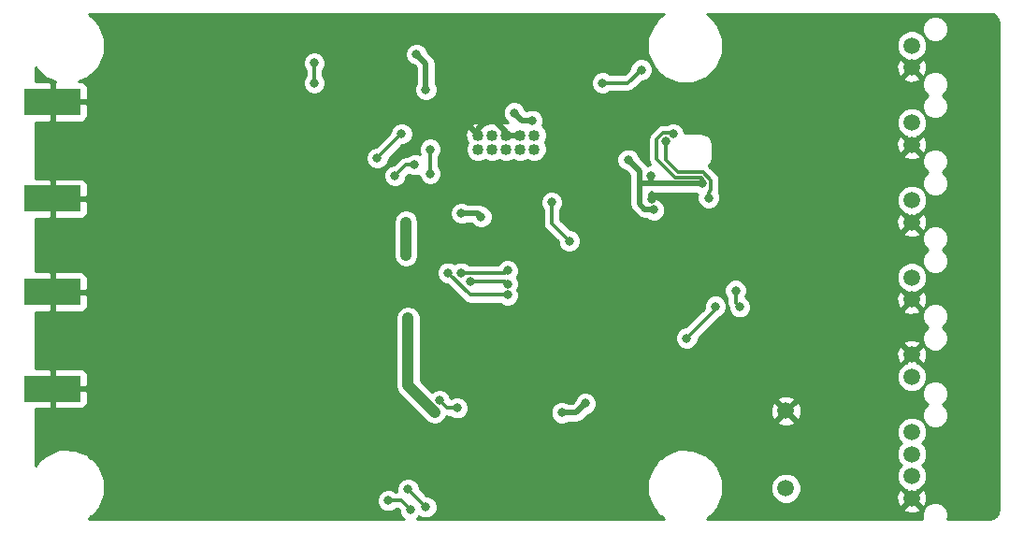
<source format=gbl>
G04 #@! TF.FileFunction,Copper,L2,Bot,Signal*
%FSLAX46Y46*%
G04 Gerber Fmt 4.6, Leading zero omitted, Abs format (unit mm)*
G04 Created by KiCad (PCBNEW 0.201505061231+5645~23~ubuntu14.04.1-product) date Wed 06 May 2015 16:24:11 BST*
%MOMM*%
G01*
G04 APERTURE LIST*
%ADD10C,0.100000*%
%ADD11C,1.500000*%
%ADD12C,1.016000*%
%ADD13R,5.080000X2.413000*%
%ADD14C,0.800000*%
%ADD15C,1.000000*%
%ADD16C,0.300000*%
%ADD17C,0.500000*%
%ADD18C,1.000000*%
%ADD19C,0.254000*%
G04 APERTURE END LIST*
D10*
D11*
X167600000Y-85100000D03*
X167600000Y-78100000D03*
X179000000Y-73000000D03*
X179000000Y-75000000D03*
X179000000Y-80000000D03*
X179000000Y-82000000D03*
X179000000Y-84000000D03*
X179000000Y-86000000D03*
D12*
X144800000Y-53130000D03*
X144800000Y-54400000D03*
X143530000Y-53130000D03*
X143530000Y-54400000D03*
X142260000Y-53130000D03*
X142260000Y-54400000D03*
X140990000Y-53130000D03*
X140990000Y-54400000D03*
X139720000Y-53130000D03*
X139720000Y-54400000D03*
D13*
X101200000Y-58881500D03*
X101200000Y-50118500D03*
X101200000Y-76081500D03*
X101200000Y-67318500D03*
D11*
X179000000Y-66000000D03*
X179000000Y-68000000D03*
X179000000Y-59000000D03*
X179000000Y-61000000D03*
X179000000Y-52000000D03*
X179000000Y-54000000D03*
X179000000Y-45000000D03*
X179000000Y-47000000D03*
D14*
X157400000Y-53000000D03*
X134150000Y-45800000D03*
X135000000Y-49000000D03*
X138200000Y-60200000D03*
X140000000Y-60500000D03*
X143000000Y-51100000D03*
X144600000Y-51800000D03*
X133200000Y-61000000D03*
X133200000Y-64000000D03*
X153314400Y-55346600D03*
X147320000Y-78257400D03*
X149453600Y-77419200D03*
X155651200Y-59893200D03*
X160000000Y-57500000D03*
X155400000Y-56800000D03*
X133400000Y-69700000D03*
X135800000Y-78200000D03*
X107000000Y-43000000D03*
X109000000Y-43000000D03*
X111000000Y-43000000D03*
X113000000Y-43000000D03*
X115000000Y-43000000D03*
X117000000Y-43000000D03*
X119000000Y-43000000D03*
X107000000Y-45000000D03*
X110000000Y-51000000D03*
X110000000Y-53000000D03*
X109000000Y-55000000D03*
X121000000Y-59000000D03*
X121000000Y-57000000D03*
X119000000Y-57000000D03*
X105000000Y-59000000D03*
X107000000Y-59000000D03*
X109000000Y-59000000D03*
X111000000Y-59000000D03*
X113000000Y-59000000D03*
X115000000Y-59000000D03*
X117000000Y-59000000D03*
X119000000Y-59000000D03*
X119000000Y-51000000D03*
X119000000Y-53000000D03*
X119000000Y-55000000D03*
X119000000Y-49000000D03*
X117000000Y-49000000D03*
X117000000Y-51000000D03*
X117000000Y-53000000D03*
X117000000Y-55000000D03*
X117000000Y-57000000D03*
X105000000Y-57000000D03*
X107000000Y-57000000D03*
X109000000Y-57000000D03*
X111000000Y-57000000D03*
X113000000Y-57000000D03*
X115000000Y-57000000D03*
X115000000Y-55000000D03*
X115000000Y-53000000D03*
X115000000Y-51000000D03*
X115000000Y-49000000D03*
X113000000Y-45000000D03*
X111000000Y-45000000D03*
X109000000Y-45000000D03*
X115000000Y-45000000D03*
X117000000Y-47000000D03*
X117000000Y-45000000D03*
X115000000Y-47000000D03*
X106250000Y-46550000D03*
X105000000Y-48200000D03*
X102200000Y-78600000D03*
X102600000Y-64700000D03*
X102000000Y-61500000D03*
X155500000Y-58900000D03*
X138600000Y-51900000D03*
X124100000Y-55800000D03*
X162100000Y-57100000D03*
X139000000Y-70800000D03*
X159400000Y-50100000D03*
X168200000Y-74600000D03*
X134000000Y-67700000D03*
X110600000Y-85100000D03*
X142000000Y-56400000D03*
X170800000Y-58400000D03*
X152603200Y-53797200D03*
X158826200Y-75768200D03*
X163068000Y-47802800D03*
D15*
X140603500Y-79595300D03*
X133971000Y-49921000D03*
X169900000Y-67000000D03*
X169750000Y-53250000D03*
D14*
X166243000Y-60858400D03*
X160731200Y-76073000D03*
X145897600Y-74701400D03*
X154863800Y-81610200D03*
X142722600Y-78917800D03*
X150901400Y-84759800D03*
X137845800Y-73837800D03*
X168910000Y-44246800D03*
X140250000Y-42750000D03*
X152000000Y-42750000D03*
X121700000Y-43800000D03*
X146400000Y-59200000D03*
X148000000Y-62700000D03*
X158623000Y-71501000D03*
X161213800Y-68630800D03*
X163423600Y-68681600D03*
X163042600Y-67183000D03*
X160604200Y-58801000D03*
X156700000Y-53700000D03*
X154500000Y-47200000D03*
X151000000Y-48400000D03*
X137000000Y-65600000D03*
X142400000Y-67600000D03*
X139000000Y-66400000D03*
X142400000Y-66600000D03*
X138200000Y-65600000D03*
X142400000Y-65400000D03*
X124900000Y-46600000D03*
X124900000Y-48400000D03*
X132800000Y-53000000D03*
X130600000Y-55200000D03*
X134000000Y-55800000D03*
X132200000Y-56800000D03*
X135400000Y-54400000D03*
X135400000Y-56600000D03*
X135000000Y-86800000D03*
X133400000Y-85200000D03*
X131600000Y-86200000D03*
X133600000Y-87000000D03*
X136245600Y-77139800D03*
X137820400Y-77825600D03*
D16*
X160000000Y-57036398D02*
X160000000Y-57500000D01*
X159963602Y-57000000D02*
X160000000Y-57036398D01*
X157600000Y-57000000D02*
X159963602Y-57000000D01*
X155900000Y-55300000D02*
X157600000Y-57000000D01*
X155900000Y-53500000D02*
X155900000Y-55300000D01*
X156500000Y-52900000D02*
X155900000Y-53500000D01*
X157300000Y-52900000D02*
X156500000Y-52900000D01*
X157400000Y-53000000D02*
X157300000Y-52900000D01*
D17*
X135000000Y-46650000D02*
X135000000Y-49000000D01*
X135000000Y-46650000D02*
X134150000Y-45800000D01*
X139700000Y-60200000D02*
X138200000Y-60200000D01*
X140000000Y-60500000D02*
X139700000Y-60200000D01*
X144600000Y-51800000D02*
X143700000Y-51800000D01*
X143700000Y-51800000D02*
X143000000Y-51100000D01*
D18*
X133200000Y-64000000D02*
X133200000Y-61000000D01*
D17*
X153783900Y-55816100D02*
X153314400Y-55346600D01*
X148615400Y-78257400D02*
X147320000Y-78257400D01*
X149453600Y-77419200D02*
X148615400Y-78257400D01*
X154330400Y-56362600D02*
X153783900Y-55816100D01*
X154330400Y-57200000D02*
X154330400Y-56362600D01*
X155575000Y-59817000D02*
X154813000Y-59817000D01*
X155651200Y-59893200D02*
X155575000Y-59817000D01*
X154330400Y-57500000D02*
X154330400Y-57200000D01*
X154330400Y-59334400D02*
X154330400Y-57500000D01*
X154813000Y-59817000D02*
X154330400Y-59334400D01*
X154400000Y-57500000D02*
X154330400Y-57500000D01*
X154330400Y-57500000D02*
X154400000Y-57500000D01*
X155400000Y-57500000D02*
X160000000Y-57500000D01*
X154330400Y-57500000D02*
X155400000Y-57500000D01*
X155400000Y-57500000D02*
X155400000Y-56800000D01*
D18*
X133400000Y-69700000D02*
X133400000Y-75800000D01*
X135800000Y-78200000D02*
X133400000Y-75800000D01*
D17*
X109000000Y-43000000D02*
X111000000Y-43000000D01*
X113000000Y-43000000D02*
X115000000Y-43000000D01*
X117000000Y-43000000D02*
X119000000Y-43000000D01*
X107000000Y-43000000D02*
X107000000Y-45000000D01*
X110000000Y-53000000D02*
X109000000Y-54000000D01*
X109000000Y-54000000D02*
X109000000Y-55000000D01*
X119000000Y-57000000D02*
X121000000Y-57000000D01*
X109000000Y-59000000D02*
X107000000Y-59000000D01*
X113000000Y-59000000D02*
X111000000Y-59000000D01*
X117000000Y-59000000D02*
X115000000Y-59000000D01*
X119000000Y-57000000D02*
X119000000Y-59000000D01*
X119000000Y-51000000D02*
X119000000Y-49000000D01*
X119000000Y-55000000D02*
X119000000Y-53000000D01*
X119000000Y-49000000D02*
X117000000Y-49000000D01*
X117000000Y-49000000D02*
X119000000Y-49000000D01*
X117000000Y-49000000D02*
X117000000Y-47000000D01*
X117000000Y-53000000D02*
X117000000Y-51000000D01*
X117000000Y-57000000D02*
X117000000Y-55000000D01*
X107000000Y-57000000D02*
X105000000Y-57000000D01*
X111000000Y-57000000D02*
X109000000Y-57000000D01*
X115000000Y-57000000D02*
X113000000Y-57000000D01*
X115000000Y-53000000D02*
X115000000Y-55000000D01*
X115000000Y-49000000D02*
X115000000Y-51000000D01*
X107000000Y-45000000D02*
X109000000Y-45000000D01*
X106250000Y-45750000D02*
X107000000Y-45000000D01*
X106250000Y-46550000D02*
X106250000Y-45750000D01*
X111000000Y-45000000D02*
X113000000Y-45000000D01*
X115000000Y-45000000D02*
X117000000Y-45000000D01*
X117000000Y-47000000D02*
X115000000Y-47000000D01*
X106250000Y-46550000D02*
X106300000Y-46600000D01*
X155500000Y-58400000D02*
X155500000Y-58900000D01*
X142260000Y-53130000D02*
X142260000Y-52860000D01*
X142260000Y-52860000D02*
X141200000Y-51800000D01*
X139720000Y-52580000D02*
X139720000Y-53130000D01*
X140500000Y-51800000D02*
X139720000Y-52580000D01*
X141200000Y-51800000D02*
X140500000Y-51800000D01*
X143530000Y-53130000D02*
X142260000Y-53130000D01*
D16*
X138900000Y-70700000D02*
X138800000Y-70700000D01*
X139000000Y-70800000D02*
X138900000Y-70700000D01*
X146400000Y-61100000D02*
X146400000Y-59200000D01*
X148000000Y-62700000D02*
X146400000Y-61100000D01*
X158623000Y-71501000D02*
X161213800Y-68910200D01*
X161213800Y-68910200D02*
X161213800Y-68630800D01*
X163423600Y-68681600D02*
X163042600Y-68300600D01*
X163042600Y-68300600D02*
X163042600Y-67183000D01*
X160604200Y-58801000D02*
X160604200Y-58295800D01*
X160800000Y-57200000D02*
X160100000Y-56500000D01*
X160800000Y-58100000D02*
X160800000Y-57200000D01*
X160604200Y-58295800D02*
X160800000Y-58100000D01*
X157800000Y-56500000D02*
X160100000Y-56500000D01*
X156700000Y-55400000D02*
X157800000Y-56500000D01*
X156700000Y-53700000D02*
X156700000Y-55400000D01*
X153300000Y-48400000D02*
X154500000Y-47200000D01*
X151000000Y-48400000D02*
X153300000Y-48400000D01*
X139000000Y-67600000D02*
X137000000Y-65600000D01*
X142400000Y-67600000D02*
X139000000Y-67600000D01*
X142200000Y-66400000D02*
X139000000Y-66400000D01*
X142400000Y-66600000D02*
X142200000Y-66400000D01*
X142200000Y-65600000D02*
X138200000Y-65600000D01*
X142400000Y-65400000D02*
X142200000Y-65600000D01*
X124900000Y-48400000D02*
X124900000Y-46600000D01*
X130600000Y-55200000D02*
X132800000Y-53000000D01*
X133200000Y-55800000D02*
X134000000Y-55800000D01*
X132200000Y-56800000D02*
X133200000Y-55800000D01*
X135400000Y-56600000D02*
X135400000Y-54400000D01*
X133400000Y-85200000D02*
X135000000Y-86800000D01*
X132800000Y-86200000D02*
X131600000Y-86200000D01*
X133600000Y-87000000D02*
X132800000Y-86200000D01*
X136245600Y-77139800D02*
X136931400Y-77825600D01*
X136931400Y-77825600D02*
X137820400Y-77825600D01*
D19*
G36*
X142389678Y-53208211D02*
X142340820Y-53257069D01*
X142179038Y-53256928D01*
X142132929Y-53210819D01*
X142133070Y-53049039D01*
X142245857Y-52936252D01*
X142260000Y-52950395D01*
X142274142Y-52936252D01*
X142377897Y-53040007D01*
X142389678Y-53208211D01*
X142389678Y-53208211D01*
G37*
X142389678Y-53208211D02*
X142340820Y-53257069D01*
X142179038Y-53256928D01*
X142132929Y-53210819D01*
X142133070Y-53049039D01*
X142245857Y-52936252D01*
X142260000Y-52950395D01*
X142274142Y-52936252D01*
X142377897Y-53040007D01*
X142389678Y-53208211D01*
G36*
X143657069Y-53049179D02*
X143656928Y-53210961D01*
X143610820Y-53257069D01*
X143449038Y-53256928D01*
X143412102Y-53219992D01*
X143400321Y-53051788D01*
X143515857Y-52936252D01*
X143530000Y-52950395D01*
X143544142Y-52936252D01*
X143657069Y-53049179D01*
X143657069Y-53049179D01*
G37*
X143657069Y-53049179D02*
X143656928Y-53210961D01*
X143610820Y-53257069D01*
X143449038Y-53256928D01*
X143412102Y-53219992D01*
X143400321Y-53051788D01*
X143515857Y-52936252D01*
X143530000Y-52950395D01*
X143544142Y-52936252D01*
X143657069Y-53049179D01*
G36*
X186873000Y-86987492D02*
X186804249Y-87333130D01*
X186615545Y-87615545D01*
X186333130Y-87804249D01*
X185987492Y-87873000D01*
X182228216Y-87873000D01*
X182284794Y-87736745D01*
X182285206Y-87265323D01*
X182285206Y-78265323D01*
X182105180Y-77829628D01*
X181775844Y-77499717D01*
X182104009Y-77172125D01*
X182284794Y-76736745D01*
X182285206Y-76265323D01*
X182285206Y-71265323D01*
X182105180Y-70829628D01*
X181775844Y-70499717D01*
X182104009Y-70172125D01*
X182284794Y-69736745D01*
X182285206Y-69265323D01*
X182285206Y-64265323D01*
X182105180Y-63829628D01*
X181775844Y-63499717D01*
X182104009Y-63172125D01*
X182284794Y-62736745D01*
X182285206Y-62265323D01*
X182285206Y-57265323D01*
X182105180Y-56829628D01*
X181775844Y-56499717D01*
X182104009Y-56172125D01*
X182284794Y-55736745D01*
X182285206Y-55265323D01*
X182285206Y-50265323D01*
X182105180Y-49829628D01*
X181775844Y-49499717D01*
X182104009Y-49172125D01*
X182284794Y-48736745D01*
X182285206Y-48265323D01*
X182285206Y-43265323D01*
X182105180Y-42829628D01*
X181772125Y-42495991D01*
X181336745Y-42315206D01*
X180865323Y-42314794D01*
X180429628Y-42494820D01*
X180095991Y-42827875D01*
X179915206Y-43263255D01*
X179914794Y-43734677D01*
X180070823Y-44112295D01*
X179785564Y-43826539D01*
X179276702Y-43615241D01*
X178725715Y-43614760D01*
X178216485Y-43825169D01*
X177826539Y-44214436D01*
X177615241Y-44723298D01*
X177614760Y-45274285D01*
X177825169Y-45783515D01*
X178214436Y-46173461D01*
X178451506Y-46271901D01*
X179000000Y-46820395D01*
X179548428Y-46271966D01*
X179783515Y-46174831D01*
X180173461Y-45785564D01*
X180384759Y-45276702D01*
X180385240Y-44725715D01*
X180198827Y-44274561D01*
X180427875Y-44504009D01*
X180863255Y-44684794D01*
X181334677Y-44685206D01*
X181770372Y-44505180D01*
X182104009Y-44172125D01*
X182284794Y-43736745D01*
X182285206Y-43265323D01*
X182285206Y-48265323D01*
X182105180Y-47829628D01*
X181772125Y-47495991D01*
X181336745Y-47315206D01*
X180865323Y-47314794D01*
X180429628Y-47494820D01*
X180219257Y-47704823D01*
X180397201Y-47204829D01*
X180369230Y-46654552D01*
X180212460Y-46276077D01*
X179971517Y-46208088D01*
X179179605Y-47000000D01*
X179971517Y-47791912D01*
X180195263Y-47728775D01*
X180095991Y-47827875D01*
X179915206Y-48263255D01*
X179914794Y-48734677D01*
X180094820Y-49170372D01*
X180424155Y-49500282D01*
X180095991Y-49827875D01*
X179915206Y-50263255D01*
X179914794Y-50734677D01*
X180070823Y-51112295D01*
X179791912Y-50832898D01*
X179791912Y-47971517D01*
X179000000Y-47179605D01*
X178820395Y-47359210D01*
X178820395Y-47000000D01*
X178028483Y-46208088D01*
X177787540Y-46276077D01*
X177602799Y-46795171D01*
X177630770Y-47345448D01*
X177787540Y-47723923D01*
X178028483Y-47791912D01*
X178820395Y-47000000D01*
X178820395Y-47359210D01*
X178208088Y-47971517D01*
X178276077Y-48212460D01*
X178795171Y-48397201D01*
X179345448Y-48369230D01*
X179723923Y-48212460D01*
X179791912Y-47971517D01*
X179791912Y-50832898D01*
X179785564Y-50826539D01*
X179276702Y-50615241D01*
X178725715Y-50614760D01*
X178216485Y-50825169D01*
X177826539Y-51214436D01*
X177615241Y-51723298D01*
X177614760Y-52274285D01*
X177825169Y-52783515D01*
X178214436Y-53173461D01*
X178451506Y-53271901D01*
X179000000Y-53820395D01*
X179548428Y-53271966D01*
X179783515Y-53174831D01*
X180173461Y-52785564D01*
X180384759Y-52276702D01*
X180385240Y-51725715D01*
X180198827Y-51274561D01*
X180427875Y-51504009D01*
X180863255Y-51684794D01*
X181334677Y-51685206D01*
X181770372Y-51505180D01*
X182104009Y-51172125D01*
X182284794Y-50736745D01*
X182285206Y-50265323D01*
X182285206Y-55265323D01*
X182105180Y-54829628D01*
X181772125Y-54495991D01*
X181336745Y-54315206D01*
X180865323Y-54314794D01*
X180429628Y-54494820D01*
X180219257Y-54704823D01*
X180397201Y-54204829D01*
X180369230Y-53654552D01*
X180212460Y-53276077D01*
X179971517Y-53208088D01*
X179179605Y-54000000D01*
X179971517Y-54791912D01*
X180195263Y-54728775D01*
X180095991Y-54827875D01*
X179915206Y-55263255D01*
X179914794Y-55734677D01*
X180094820Y-56170372D01*
X180424155Y-56500282D01*
X180095991Y-56827875D01*
X179915206Y-57263255D01*
X179914794Y-57734677D01*
X180070823Y-58112295D01*
X179791912Y-57832898D01*
X179791912Y-54971517D01*
X179000000Y-54179605D01*
X178820395Y-54359210D01*
X178820395Y-54000000D01*
X178028483Y-53208088D01*
X177787540Y-53276077D01*
X177602799Y-53795171D01*
X177630770Y-54345448D01*
X177787540Y-54723923D01*
X178028483Y-54791912D01*
X178820395Y-54000000D01*
X178820395Y-54359210D01*
X178208088Y-54971517D01*
X178276077Y-55212460D01*
X178795171Y-55397201D01*
X179345448Y-55369230D01*
X179723923Y-55212460D01*
X179791912Y-54971517D01*
X179791912Y-57832898D01*
X179785564Y-57826539D01*
X179276702Y-57615241D01*
X178725715Y-57614760D01*
X178216485Y-57825169D01*
X177826539Y-58214436D01*
X177615241Y-58723298D01*
X177614760Y-59274285D01*
X177825169Y-59783515D01*
X178214436Y-60173461D01*
X178451506Y-60271901D01*
X179000000Y-60820395D01*
X179548428Y-60271966D01*
X179783515Y-60174831D01*
X180173461Y-59785564D01*
X180384759Y-59276702D01*
X180385240Y-58725715D01*
X180198827Y-58274561D01*
X180427875Y-58504009D01*
X180863255Y-58684794D01*
X181334677Y-58685206D01*
X181770372Y-58505180D01*
X182104009Y-58172125D01*
X182284794Y-57736745D01*
X182285206Y-57265323D01*
X182285206Y-62265323D01*
X182105180Y-61829628D01*
X181772125Y-61495991D01*
X181336745Y-61315206D01*
X180865323Y-61314794D01*
X180429628Y-61494820D01*
X180219257Y-61704823D01*
X180397201Y-61204829D01*
X180369230Y-60654552D01*
X180212460Y-60276077D01*
X179971517Y-60208088D01*
X179179605Y-61000000D01*
X179971517Y-61791912D01*
X180195263Y-61728775D01*
X180095991Y-61827875D01*
X179915206Y-62263255D01*
X179914794Y-62734677D01*
X180094820Y-63170372D01*
X180424155Y-63500282D01*
X180095991Y-63827875D01*
X179915206Y-64263255D01*
X179914794Y-64734677D01*
X180070823Y-65112295D01*
X179791912Y-64832898D01*
X179791912Y-61971517D01*
X179000000Y-61179605D01*
X178820395Y-61359210D01*
X178820395Y-61000000D01*
X178028483Y-60208088D01*
X177787540Y-60276077D01*
X177602799Y-60795171D01*
X177630770Y-61345448D01*
X177787540Y-61723923D01*
X178028483Y-61791912D01*
X178820395Y-61000000D01*
X178820395Y-61359210D01*
X178208088Y-61971517D01*
X178276077Y-62212460D01*
X178795171Y-62397201D01*
X179345448Y-62369230D01*
X179723923Y-62212460D01*
X179791912Y-61971517D01*
X179791912Y-64832898D01*
X179785564Y-64826539D01*
X179276702Y-64615241D01*
X178725715Y-64614760D01*
X178216485Y-64825169D01*
X177826539Y-65214436D01*
X177615241Y-65723298D01*
X177614760Y-66274285D01*
X177825169Y-66783515D01*
X178214436Y-67173461D01*
X178451506Y-67271901D01*
X179000000Y-67820395D01*
X179548428Y-67271966D01*
X179783515Y-67174831D01*
X180173461Y-66785564D01*
X180384759Y-66276702D01*
X180385240Y-65725715D01*
X180198827Y-65274561D01*
X180427875Y-65504009D01*
X180863255Y-65684794D01*
X181334677Y-65685206D01*
X181770372Y-65505180D01*
X182104009Y-65172125D01*
X182284794Y-64736745D01*
X182285206Y-64265323D01*
X182285206Y-69265323D01*
X182105180Y-68829628D01*
X181772125Y-68495991D01*
X181336745Y-68315206D01*
X180865323Y-68314794D01*
X180429628Y-68494820D01*
X180219257Y-68704823D01*
X180397201Y-68204829D01*
X180369230Y-67654552D01*
X180212460Y-67276077D01*
X179971517Y-67208088D01*
X179179605Y-68000000D01*
X179971517Y-68791912D01*
X180195263Y-68728775D01*
X180095991Y-68827875D01*
X179915206Y-69263255D01*
X179914794Y-69734677D01*
X180094820Y-70170372D01*
X180424155Y-70500282D01*
X180095991Y-70827875D01*
X179915206Y-71263255D01*
X179914794Y-71734677D01*
X180094820Y-72170372D01*
X180195587Y-72271316D01*
X179971517Y-72208088D01*
X179791912Y-72387693D01*
X179791912Y-72028483D01*
X179791912Y-68971517D01*
X179000000Y-68179605D01*
X178820395Y-68359210D01*
X178820395Y-68000000D01*
X178028483Y-67208088D01*
X177787540Y-67276077D01*
X177602799Y-67795171D01*
X177630770Y-68345448D01*
X177787540Y-68723923D01*
X178028483Y-68791912D01*
X178820395Y-68000000D01*
X178820395Y-68359210D01*
X178208088Y-68971517D01*
X178276077Y-69212460D01*
X178795171Y-69397201D01*
X179345448Y-69369230D01*
X179723923Y-69212460D01*
X179791912Y-68971517D01*
X179791912Y-72028483D01*
X179723923Y-71787540D01*
X179204829Y-71602799D01*
X178654552Y-71630770D01*
X178276077Y-71787540D01*
X178208088Y-72028483D01*
X179000000Y-72820395D01*
X179791912Y-72028483D01*
X179791912Y-72387693D01*
X179179605Y-73000000D01*
X179971517Y-73791912D01*
X180212460Y-73723923D01*
X180397201Y-73204829D01*
X180369230Y-72654552D01*
X180221055Y-72296827D01*
X180427875Y-72504009D01*
X180863255Y-72684794D01*
X181334677Y-72685206D01*
X181770372Y-72505180D01*
X182104009Y-72172125D01*
X182284794Y-71736745D01*
X182285206Y-71265323D01*
X182285206Y-76265323D01*
X182105180Y-75829628D01*
X181772125Y-75495991D01*
X181336745Y-75315206D01*
X180865323Y-75314794D01*
X180429628Y-75494820D01*
X180198300Y-75725744D01*
X180384759Y-75276702D01*
X180385240Y-74725715D01*
X180174831Y-74216485D01*
X179785564Y-73826539D01*
X179548493Y-73728098D01*
X179000000Y-73179605D01*
X178820395Y-73359209D01*
X178820395Y-73000000D01*
X178028483Y-72208088D01*
X177787540Y-72276077D01*
X177602799Y-72795171D01*
X177630770Y-73345448D01*
X177787540Y-73723923D01*
X178028483Y-73791912D01*
X178820395Y-73000000D01*
X178820395Y-73359209D01*
X178451571Y-73728033D01*
X178216485Y-73825169D01*
X177826539Y-74214436D01*
X177615241Y-74723298D01*
X177614760Y-75274285D01*
X177825169Y-75783515D01*
X178214436Y-76173461D01*
X178723298Y-76384759D01*
X179274285Y-76385240D01*
X179783515Y-76174831D01*
X180071151Y-75887695D01*
X179915206Y-76263255D01*
X179914794Y-76734677D01*
X180094820Y-77170372D01*
X180424155Y-77500282D01*
X180095991Y-77827875D01*
X179915206Y-78263255D01*
X179914794Y-78734677D01*
X180070823Y-79112295D01*
X179785564Y-78826539D01*
X179276702Y-78615241D01*
X178725715Y-78614760D01*
X178216485Y-78825169D01*
X177826539Y-79214436D01*
X177615241Y-79723298D01*
X177614760Y-80274285D01*
X177825169Y-80783515D01*
X178041312Y-81000035D01*
X177826539Y-81214436D01*
X177615241Y-81723298D01*
X177614760Y-82274285D01*
X177825169Y-82783515D01*
X178041312Y-83000035D01*
X177826539Y-83214436D01*
X177615241Y-83723298D01*
X177614760Y-84274285D01*
X177825169Y-84783515D01*
X178214436Y-85173461D01*
X178451506Y-85271901D01*
X179000000Y-85820395D01*
X179548428Y-85271966D01*
X179783515Y-85174831D01*
X180173461Y-84785564D01*
X180384759Y-84276702D01*
X180385240Y-83725715D01*
X180174831Y-83216485D01*
X179958687Y-82999964D01*
X180173461Y-82785564D01*
X180384759Y-82276702D01*
X180385240Y-81725715D01*
X180174831Y-81216485D01*
X179958687Y-80999964D01*
X180173461Y-80785564D01*
X180384759Y-80276702D01*
X180385240Y-79725715D01*
X180198827Y-79274561D01*
X180427875Y-79504009D01*
X180863255Y-79684794D01*
X181334677Y-79685206D01*
X181770372Y-79505180D01*
X182104009Y-79172125D01*
X182284794Y-78736745D01*
X182285206Y-78265323D01*
X182285206Y-87265323D01*
X182105180Y-86829628D01*
X181772125Y-86495991D01*
X181336745Y-86315206D01*
X180865323Y-86314794D01*
X180429628Y-86494820D01*
X180219257Y-86704823D01*
X180397201Y-86204829D01*
X180369230Y-85654552D01*
X180212460Y-85276077D01*
X179971517Y-85208088D01*
X179179605Y-86000000D01*
X179971517Y-86791912D01*
X180195263Y-86728775D01*
X180095991Y-86827875D01*
X179915206Y-87263255D01*
X179914794Y-87734677D01*
X179971948Y-87873000D01*
X179791912Y-87873000D01*
X179791912Y-86971517D01*
X179000000Y-86179605D01*
X178820395Y-86359210D01*
X178820395Y-86000000D01*
X178028483Y-85208088D01*
X177787540Y-85276077D01*
X177602799Y-85795171D01*
X177630770Y-86345448D01*
X177787540Y-86723923D01*
X178028483Y-86791912D01*
X178820395Y-86000000D01*
X178820395Y-86359210D01*
X178208088Y-86971517D01*
X178276077Y-87212460D01*
X178795171Y-87397201D01*
X179345448Y-87369230D01*
X179723923Y-87212460D01*
X179791912Y-86971517D01*
X179791912Y-87873000D01*
X168997201Y-87873000D01*
X168997201Y-78304829D01*
X168969230Y-77754552D01*
X168812460Y-77376077D01*
X168571517Y-77308088D01*
X168391912Y-77487693D01*
X168391912Y-77128483D01*
X168323923Y-76887540D01*
X167804829Y-76702799D01*
X167254552Y-76730770D01*
X166876077Y-76887540D01*
X166808088Y-77128483D01*
X167600000Y-77920395D01*
X168391912Y-77128483D01*
X168391912Y-77487693D01*
X167779605Y-78100000D01*
X168571517Y-78891912D01*
X168812460Y-78823923D01*
X168997201Y-78304829D01*
X168997201Y-87873000D01*
X168985240Y-87873000D01*
X168985240Y-84825715D01*
X168774831Y-84316485D01*
X168391912Y-83932898D01*
X168391912Y-79071517D01*
X167600000Y-78279605D01*
X167420395Y-78459210D01*
X167420395Y-78100000D01*
X166628483Y-77308088D01*
X166387540Y-77376077D01*
X166202799Y-77895171D01*
X166230770Y-78445448D01*
X166387540Y-78823923D01*
X166628483Y-78891912D01*
X167420395Y-78100000D01*
X167420395Y-78459210D01*
X166808088Y-79071517D01*
X166876077Y-79312460D01*
X167395171Y-79497201D01*
X167945448Y-79469230D01*
X168323923Y-79312460D01*
X168391912Y-79071517D01*
X168391912Y-83932898D01*
X168385564Y-83926539D01*
X167876702Y-83715241D01*
X167325715Y-83714760D01*
X166816485Y-83925169D01*
X166426539Y-84314436D01*
X166215241Y-84823298D01*
X166214760Y-85374285D01*
X166425169Y-85883515D01*
X166814436Y-86273461D01*
X167323298Y-86484759D01*
X167874285Y-86485240D01*
X168383515Y-86274831D01*
X168773461Y-85885564D01*
X168984759Y-85376702D01*
X168985240Y-84825715D01*
X168985240Y-87873000D01*
X164458779Y-87873000D01*
X164458779Y-68476629D01*
X164301542Y-68096085D01*
X164010646Y-67804681D01*
X163920653Y-67767313D01*
X164077420Y-67389777D01*
X164077779Y-66978029D01*
X163920542Y-66597485D01*
X163629646Y-66306081D01*
X163249377Y-66148180D01*
X162837629Y-66147821D01*
X162457085Y-66305058D01*
X162165681Y-66595954D01*
X162007780Y-66976223D01*
X162007421Y-67387971D01*
X162164658Y-67768515D01*
X162257600Y-67861619D01*
X162257600Y-68300600D01*
X162317355Y-68601007D01*
X162388577Y-68707598D01*
X162388421Y-68886571D01*
X162545658Y-69267115D01*
X162836554Y-69558519D01*
X163216823Y-69716420D01*
X163628571Y-69716779D01*
X164009115Y-69559542D01*
X164300519Y-69268646D01*
X164458420Y-68888377D01*
X164458779Y-68476629D01*
X164458779Y-87873000D01*
X162248979Y-87873000D01*
X162248979Y-68425829D01*
X162091742Y-68045285D01*
X161800846Y-67753881D01*
X161639379Y-67686834D01*
X161639379Y-58596029D01*
X161536068Y-58345996D01*
X161585000Y-58100000D01*
X161585000Y-57200000D01*
X161525245Y-56899594D01*
X161525244Y-56899593D01*
X161355079Y-56644921D01*
X161355075Y-56644918D01*
X160655079Y-55944921D01*
X160592263Y-55902949D01*
X160598669Y-55898669D01*
X160843511Y-55532236D01*
X160927000Y-55112508D01*
X160927000Y-53987492D01*
X160843511Y-53567764D01*
X160598669Y-53201331D01*
X160232236Y-52956489D01*
X159812508Y-52873000D01*
X158687492Y-52873000D01*
X158435067Y-52923210D01*
X158435179Y-52795029D01*
X158277942Y-52414485D01*
X157987046Y-52123081D01*
X157606777Y-51965180D01*
X157195029Y-51964821D01*
X156831566Y-52115000D01*
X156500000Y-52115000D01*
X156199593Y-52174755D01*
X155944921Y-52344921D01*
X155535179Y-52754663D01*
X155535179Y-46995029D01*
X155377942Y-46614485D01*
X155087046Y-46323081D01*
X154706777Y-46165180D01*
X154295029Y-46164821D01*
X153914485Y-46322058D01*
X153623081Y-46612954D01*
X153465180Y-46993223D01*
X153465065Y-47124776D01*
X152974842Y-47615000D01*
X151678804Y-47615000D01*
X151587046Y-47523081D01*
X151206777Y-47365180D01*
X150795029Y-47364821D01*
X150414485Y-47522058D01*
X150123081Y-47812954D01*
X149965180Y-48193223D01*
X149964821Y-48604971D01*
X150122058Y-48985515D01*
X150412954Y-49276919D01*
X150793223Y-49434820D01*
X151204971Y-49435179D01*
X151585515Y-49277942D01*
X151678619Y-49185000D01*
X153300000Y-49185000D01*
X153600406Y-49125245D01*
X153600407Y-49125245D01*
X153855079Y-48955079D01*
X154575092Y-48235065D01*
X154704971Y-48235179D01*
X155085515Y-48077942D01*
X155376919Y-47787046D01*
X155534820Y-47406777D01*
X155535179Y-46995029D01*
X155535179Y-52754663D01*
X155344921Y-52944921D01*
X155174755Y-53199593D01*
X155115000Y-53500000D01*
X155115000Y-55300000D01*
X155174755Y-55600407D01*
X155284664Y-55764899D01*
X155195029Y-55764821D01*
X155022530Y-55836095D01*
X155022529Y-55836095D01*
X154956190Y-55736811D01*
X154956190Y-55736810D01*
X154956186Y-55736807D01*
X154409690Y-55190310D01*
X154409686Y-55190307D01*
X154341531Y-55122152D01*
X154192342Y-54761085D01*
X153901446Y-54469681D01*
X153521177Y-54311780D01*
X153109429Y-54311421D01*
X152728885Y-54468658D01*
X152437481Y-54759554D01*
X152279580Y-55139823D01*
X152279221Y-55551571D01*
X152436458Y-55932115D01*
X152727354Y-56223519D01*
X153090552Y-56374331D01*
X153158107Y-56441886D01*
X153158110Y-56441890D01*
X153445400Y-56729179D01*
X153445400Y-57200000D01*
X153445400Y-57500000D01*
X153445400Y-59334394D01*
X153445399Y-59334400D01*
X153501589Y-59616884D01*
X153512767Y-59673075D01*
X153704610Y-59960190D01*
X154187207Y-60442786D01*
X154187210Y-60442790D01*
X154474325Y-60634633D01*
X154813000Y-60702000D01*
X154996153Y-60702000D01*
X155064154Y-60770119D01*
X155444423Y-60928020D01*
X155856171Y-60928379D01*
X156236715Y-60771142D01*
X156528119Y-60480246D01*
X156686020Y-60099977D01*
X156686379Y-59688229D01*
X156529142Y-59307685D01*
X156238246Y-59016281D01*
X155857977Y-58858380D01*
X155446229Y-58858021D01*
X155267185Y-58932000D01*
X155215400Y-58932000D01*
X155215400Y-58385000D01*
X155400000Y-58385000D01*
X159432415Y-58385000D01*
X159623337Y-58464277D01*
X159569380Y-58594223D01*
X159569021Y-59005971D01*
X159726258Y-59386515D01*
X160017154Y-59677919D01*
X160397423Y-59835820D01*
X160809171Y-59836179D01*
X161189715Y-59678942D01*
X161481119Y-59388046D01*
X161639020Y-59007777D01*
X161639379Y-58596029D01*
X161639379Y-67686834D01*
X161420577Y-67595980D01*
X161008829Y-67595621D01*
X160628285Y-67752858D01*
X160336881Y-68043754D01*
X160178980Y-68424023D01*
X160178621Y-68835221D01*
X158547907Y-70465934D01*
X158418029Y-70465821D01*
X158037485Y-70623058D01*
X157746081Y-70913954D01*
X157588180Y-71294223D01*
X157587821Y-71705971D01*
X157745058Y-72086515D01*
X158035954Y-72377919D01*
X158416223Y-72535820D01*
X158827971Y-72536179D01*
X159208515Y-72378942D01*
X159499919Y-72088046D01*
X159657820Y-71707777D01*
X159657934Y-71576223D01*
X161673379Y-69560777D01*
X161799315Y-69508742D01*
X162090719Y-69217846D01*
X162248620Y-68837577D01*
X162248979Y-68425829D01*
X162248979Y-87873000D01*
X160472726Y-87873000D01*
X160699534Y-87646587D01*
X160828943Y-87593117D01*
X161092192Y-87330327D01*
X161145889Y-87201010D01*
X161403575Y-86943774D01*
X161926404Y-85684663D01*
X161926821Y-85206104D01*
X161934838Y-85186799D01*
X161935162Y-84814833D01*
X161927180Y-84795515D01*
X161927594Y-84321318D01*
X161406963Y-83061296D01*
X161146587Y-82800465D01*
X161093117Y-82671057D01*
X160830327Y-82407808D01*
X160701010Y-82354110D01*
X160443774Y-82096425D01*
X159184663Y-81573596D01*
X158706104Y-81573178D01*
X158686799Y-81565162D01*
X158314833Y-81564838D01*
X158295515Y-81572819D01*
X157821318Y-81572406D01*
X156561296Y-82093037D01*
X156300465Y-82353412D01*
X156171057Y-82406883D01*
X155907808Y-82669673D01*
X155854110Y-82798989D01*
X155596425Y-83056226D01*
X155073596Y-84315337D01*
X155073178Y-84793895D01*
X155065162Y-84813201D01*
X155064838Y-85185167D01*
X155072819Y-85204484D01*
X155072406Y-85678682D01*
X155593037Y-86938704D01*
X155853412Y-87199534D01*
X155906883Y-87328943D01*
X156169673Y-87592192D01*
X156298989Y-87645889D01*
X156525704Y-87873000D01*
X150488779Y-87873000D01*
X150488779Y-77214229D01*
X150331542Y-76833685D01*
X150040646Y-76542281D01*
X149660377Y-76384380D01*
X149248629Y-76384021D01*
X149035179Y-76472216D01*
X149035179Y-62495029D01*
X148877942Y-62114485D01*
X148587046Y-61823081D01*
X148206777Y-61665180D01*
X148075223Y-61665065D01*
X147185000Y-60774842D01*
X147185000Y-59878804D01*
X147276919Y-59787046D01*
X147434820Y-59406777D01*
X147435179Y-58995029D01*
X147277942Y-58614485D01*
X146987046Y-58323081D01*
X146606777Y-58165180D01*
X146195029Y-58164821D01*
X145943198Y-58268875D01*
X145943198Y-54173641D01*
X145774149Y-53764511D01*
X145942801Y-53358354D01*
X145943198Y-52903641D01*
X145769554Y-52483388D01*
X145534632Y-52248056D01*
X145634820Y-52006777D01*
X145635179Y-51595029D01*
X145477942Y-51214485D01*
X145187046Y-50923081D01*
X144806777Y-50765180D01*
X144395029Y-50764821D01*
X144056342Y-50904762D01*
X144027131Y-50875551D01*
X143877942Y-50514485D01*
X143587046Y-50223081D01*
X143206777Y-50065180D01*
X142795029Y-50064821D01*
X142414485Y-50222058D01*
X142123081Y-50512954D01*
X141965180Y-50893223D01*
X141964821Y-51304971D01*
X142122058Y-51685515D01*
X142411455Y-51975417D01*
X142406945Y-51973909D01*
X141953343Y-52005678D01*
X141681824Y-52118144D01*
X141668763Y-52192090D01*
X141638303Y-52161577D01*
X141218354Y-51987199D01*
X140763641Y-51986802D01*
X140343388Y-52160446D01*
X140311303Y-52192474D01*
X140298176Y-52118144D01*
X139866945Y-51973909D01*
X139413343Y-52005678D01*
X139141824Y-52118144D01*
X139103686Y-52334081D01*
X139720000Y-52950395D01*
X139734142Y-52936252D01*
X139847069Y-53049179D01*
X139846928Y-53210961D01*
X139800820Y-53257069D01*
X139639038Y-53256928D01*
X139526252Y-53144142D01*
X139540395Y-53130000D01*
X138924081Y-52513686D01*
X138708144Y-52551824D01*
X138563909Y-52983055D01*
X138595678Y-53436657D01*
X138708144Y-53708176D01*
X138782090Y-53721236D01*
X138751577Y-53751697D01*
X138577199Y-54171646D01*
X138576802Y-54626359D01*
X138750446Y-55046612D01*
X139071697Y-55368423D01*
X139491646Y-55542801D01*
X139946359Y-55543198D01*
X140355488Y-55374149D01*
X140761646Y-55542801D01*
X141216359Y-55543198D01*
X141625488Y-55374149D01*
X142031646Y-55542801D01*
X142486359Y-55543198D01*
X142895488Y-55374149D01*
X143301646Y-55542801D01*
X143756359Y-55543198D01*
X144165488Y-55374149D01*
X144571646Y-55542801D01*
X145026359Y-55543198D01*
X145446612Y-55369554D01*
X145768423Y-55048303D01*
X145942801Y-54628354D01*
X145943198Y-54173641D01*
X145943198Y-58268875D01*
X145814485Y-58322058D01*
X145523081Y-58612954D01*
X145365180Y-58993223D01*
X145364821Y-59404971D01*
X145522058Y-59785515D01*
X145615000Y-59878619D01*
X145615000Y-61100000D01*
X145674755Y-61400407D01*
X145844921Y-61655079D01*
X146964934Y-62775092D01*
X146964821Y-62904971D01*
X147122058Y-63285515D01*
X147412954Y-63576919D01*
X147793223Y-63734820D01*
X148204971Y-63735179D01*
X148585515Y-63577942D01*
X148876919Y-63287046D01*
X149034820Y-62906777D01*
X149035179Y-62495029D01*
X149035179Y-76472216D01*
X148868085Y-76541258D01*
X148576681Y-76832154D01*
X148425868Y-77195352D01*
X148248820Y-77372400D01*
X147887584Y-77372400D01*
X147526777Y-77222580D01*
X147115029Y-77222221D01*
X146734485Y-77379458D01*
X146443081Y-77670354D01*
X146285180Y-78050623D01*
X146284821Y-78462371D01*
X146442058Y-78842915D01*
X146732954Y-79134319D01*
X147113223Y-79292220D01*
X147524971Y-79292579D01*
X147888433Y-79142400D01*
X148615394Y-79142400D01*
X148615400Y-79142401D01*
X148615400Y-79142400D01*
X148897884Y-79086210D01*
X148954074Y-79075033D01*
X148954075Y-79075033D01*
X149241190Y-78883190D01*
X149678048Y-78446331D01*
X150039115Y-78297142D01*
X150330519Y-78006246D01*
X150488420Y-77625977D01*
X150488779Y-77214229D01*
X150488779Y-87873000D01*
X143435179Y-87873000D01*
X143435179Y-67395029D01*
X143313170Y-67099743D01*
X143434820Y-66806777D01*
X143435179Y-66395029D01*
X143277942Y-66014485D01*
X143263711Y-66000230D01*
X143276919Y-65987046D01*
X143434820Y-65606777D01*
X143435179Y-65195029D01*
X143277942Y-64814485D01*
X142987046Y-64523081D01*
X142606777Y-64365180D01*
X142195029Y-64364821D01*
X141814485Y-64522058D01*
X141523081Y-64812954D01*
X141522231Y-64815000D01*
X141035179Y-64815000D01*
X141035179Y-60295029D01*
X140877942Y-59914485D01*
X140587046Y-59623081D01*
X140206777Y-59465180D01*
X140162556Y-59465141D01*
X140162555Y-59465141D01*
X140038675Y-59382367D01*
X139982484Y-59371189D01*
X139700000Y-59314999D01*
X139699994Y-59315000D01*
X138767584Y-59315000D01*
X138406777Y-59165180D01*
X137995029Y-59164821D01*
X137614485Y-59322058D01*
X137323081Y-59612954D01*
X137165180Y-59993223D01*
X137164821Y-60404971D01*
X137322058Y-60785515D01*
X137612954Y-61076919D01*
X137993223Y-61234820D01*
X138404971Y-61235179D01*
X138768433Y-61085000D01*
X139121845Y-61085000D01*
X139122058Y-61085515D01*
X139412954Y-61376919D01*
X139793223Y-61534820D01*
X140204971Y-61535179D01*
X140585515Y-61377942D01*
X140876919Y-61087046D01*
X141034820Y-60706777D01*
X141035179Y-60295029D01*
X141035179Y-64815000D01*
X138878804Y-64815000D01*
X138787046Y-64723081D01*
X138406777Y-64565180D01*
X137995029Y-64564821D01*
X137614485Y-64722058D01*
X137600230Y-64736288D01*
X137587046Y-64723081D01*
X137206777Y-64565180D01*
X136795029Y-64564821D01*
X136435179Y-64713507D01*
X136435179Y-56395029D01*
X136277942Y-56014485D01*
X136185000Y-55921380D01*
X136185000Y-55078804D01*
X136276919Y-54987046D01*
X136434820Y-54606777D01*
X136435179Y-54195029D01*
X136277942Y-53814485D01*
X136035179Y-53571298D01*
X136035179Y-48795029D01*
X135885000Y-48431566D01*
X135885000Y-46650005D01*
X135885000Y-46650000D01*
X135885001Y-46650000D01*
X135817634Y-46311326D01*
X135817633Y-46311325D01*
X135753975Y-46216054D01*
X135625790Y-46024211D01*
X135625790Y-46024210D01*
X135625786Y-46024207D01*
X135177131Y-45575551D01*
X135027942Y-45214485D01*
X134737046Y-44923081D01*
X134356777Y-44765180D01*
X133945029Y-44764821D01*
X133564485Y-44922058D01*
X133273081Y-45212954D01*
X133115180Y-45593223D01*
X133114821Y-46004971D01*
X133272058Y-46385515D01*
X133562954Y-46676919D01*
X133926151Y-46827731D01*
X134115000Y-47016579D01*
X134115000Y-48432415D01*
X133965180Y-48793223D01*
X133964821Y-49204971D01*
X134122058Y-49585515D01*
X134412954Y-49876919D01*
X134793223Y-50034820D01*
X135204971Y-50035179D01*
X135585515Y-49877942D01*
X135876919Y-49587046D01*
X136034820Y-49206777D01*
X136035179Y-48795029D01*
X136035179Y-53571298D01*
X135987046Y-53523081D01*
X135606777Y-53365180D01*
X135195029Y-53364821D01*
X134814485Y-53522058D01*
X134523081Y-53812954D01*
X134365180Y-54193223D01*
X134364821Y-54604971D01*
X134477458Y-54877576D01*
X134206777Y-54765180D01*
X133835179Y-54764856D01*
X133835179Y-52795029D01*
X133677942Y-52414485D01*
X133387046Y-52123081D01*
X133006777Y-51965180D01*
X132595029Y-51964821D01*
X132214485Y-52122058D01*
X131923081Y-52412954D01*
X131765180Y-52793223D01*
X131765065Y-52924776D01*
X130524907Y-54164934D01*
X130395029Y-54164821D01*
X130014485Y-54322058D01*
X129723081Y-54612954D01*
X129565180Y-54993223D01*
X129564821Y-55404971D01*
X129722058Y-55785515D01*
X130012954Y-56076919D01*
X130393223Y-56234820D01*
X130804971Y-56235179D01*
X131185515Y-56077942D01*
X131476919Y-55787046D01*
X131634820Y-55406777D01*
X131634934Y-55275223D01*
X132875092Y-54035065D01*
X133004971Y-54035179D01*
X133385515Y-53877942D01*
X133676919Y-53587046D01*
X133834820Y-53206777D01*
X133835179Y-52795029D01*
X133835179Y-54764856D01*
X133795029Y-54764821D01*
X133414485Y-54922058D01*
X133321380Y-55015000D01*
X133200005Y-55015000D01*
X133200000Y-55014999D01*
X132899594Y-55074755D01*
X132644921Y-55244921D01*
X132124907Y-55764934D01*
X131995029Y-55764821D01*
X131614485Y-55922058D01*
X131323081Y-56212954D01*
X131165180Y-56593223D01*
X131164821Y-57004971D01*
X131322058Y-57385515D01*
X131612954Y-57676919D01*
X131993223Y-57834820D01*
X132404971Y-57835179D01*
X132785515Y-57677942D01*
X133076919Y-57387046D01*
X133234820Y-57006777D01*
X133234934Y-56875223D01*
X133427287Y-56682870D01*
X133793223Y-56834820D01*
X134204971Y-56835179D01*
X134364852Y-56769117D01*
X134364821Y-56804971D01*
X134522058Y-57185515D01*
X134812954Y-57476919D01*
X135193223Y-57634820D01*
X135604971Y-57635179D01*
X135985515Y-57477942D01*
X136276919Y-57187046D01*
X136434820Y-56806777D01*
X136435179Y-56395029D01*
X136435179Y-64713507D01*
X136414485Y-64722058D01*
X136123081Y-65012954D01*
X135965180Y-65393223D01*
X135964821Y-65804971D01*
X136122058Y-66185515D01*
X136412954Y-66476919D01*
X136793223Y-66634820D01*
X136924776Y-66634934D01*
X138444921Y-68155079D01*
X138699593Y-68325245D01*
X138699594Y-68325245D01*
X139000000Y-68385000D01*
X141721195Y-68385000D01*
X141812954Y-68476919D01*
X142193223Y-68634820D01*
X142604971Y-68635179D01*
X142985515Y-68477942D01*
X143276919Y-68187046D01*
X143434820Y-67806777D01*
X143435179Y-67395029D01*
X143435179Y-87873000D01*
X138855579Y-87873000D01*
X138855579Y-77620629D01*
X138698342Y-77240085D01*
X138407446Y-76948681D01*
X138027177Y-76790780D01*
X137615429Y-76790421D01*
X137278614Y-76929589D01*
X137123542Y-76554285D01*
X136832646Y-76262881D01*
X136452377Y-76104980D01*
X136040629Y-76104621D01*
X135660085Y-76261858D01*
X135563453Y-76358320D01*
X134535000Y-75329867D01*
X134535000Y-69700000D01*
X134448603Y-69265654D01*
X134335000Y-69095635D01*
X134335000Y-64000000D01*
X134335000Y-61000000D01*
X134248603Y-60565654D01*
X134002566Y-60197434D01*
X133634346Y-59951397D01*
X133200000Y-59865000D01*
X132765654Y-59951397D01*
X132397434Y-60197434D01*
X132151397Y-60565654D01*
X132065000Y-61000000D01*
X132065000Y-64000000D01*
X132151397Y-64434346D01*
X132397434Y-64802566D01*
X132765654Y-65048603D01*
X133200000Y-65135000D01*
X133634346Y-65048603D01*
X134002566Y-64802566D01*
X134248603Y-64434346D01*
X134335000Y-64000000D01*
X134335000Y-69095635D01*
X134202566Y-68897434D01*
X133834346Y-68651397D01*
X133400000Y-68565000D01*
X132965654Y-68651397D01*
X132597434Y-68897434D01*
X132351397Y-69265654D01*
X132265000Y-69700000D01*
X132265000Y-75800000D01*
X132351397Y-76234346D01*
X132597434Y-76602566D01*
X134997434Y-79002567D01*
X135365655Y-79248604D01*
X135800000Y-79335000D01*
X136234346Y-79248604D01*
X136602567Y-79002567D01*
X136848604Y-78634346D01*
X136856298Y-78595661D01*
X136931400Y-78610600D01*
X137141595Y-78610600D01*
X137233354Y-78702519D01*
X137613623Y-78860420D01*
X138025371Y-78860779D01*
X138405915Y-78703542D01*
X138697319Y-78412646D01*
X138855220Y-78032377D01*
X138855579Y-77620629D01*
X138855579Y-87873000D01*
X134190465Y-87873000D01*
X134399944Y-87663886D01*
X134412954Y-87676919D01*
X134793223Y-87834820D01*
X135204971Y-87835179D01*
X135585515Y-87677942D01*
X135876919Y-87387046D01*
X136034820Y-87006777D01*
X136035179Y-86595029D01*
X135877942Y-86214485D01*
X135587046Y-85923081D01*
X135206777Y-85765180D01*
X135075223Y-85765065D01*
X134435065Y-85124907D01*
X134435179Y-84995029D01*
X134277942Y-84614485D01*
X133987046Y-84323081D01*
X133606777Y-84165180D01*
X133195029Y-84164821D01*
X132814485Y-84322058D01*
X132523081Y-84612954D01*
X132365180Y-84993223D01*
X132364821Y-85404971D01*
X132368964Y-85415000D01*
X132278804Y-85415000D01*
X132187046Y-85323081D01*
X131806777Y-85165180D01*
X131395029Y-85164821D01*
X131014485Y-85322058D01*
X130723081Y-85612954D01*
X130565180Y-85993223D01*
X130564821Y-86404971D01*
X130722058Y-86785515D01*
X131012954Y-87076919D01*
X131393223Y-87234820D01*
X131804971Y-87235179D01*
X132185515Y-87077942D01*
X132278619Y-86985000D01*
X132474842Y-86985000D01*
X132564934Y-87075092D01*
X132564821Y-87204971D01*
X132722058Y-87585515D01*
X133009041Y-87873000D01*
X125935179Y-87873000D01*
X125935179Y-48195029D01*
X125777942Y-47814485D01*
X125685000Y-47721380D01*
X125685000Y-47278804D01*
X125776919Y-47187046D01*
X125934820Y-46806777D01*
X125935179Y-46395029D01*
X125777942Y-46014485D01*
X125487046Y-45723081D01*
X125106777Y-45565180D01*
X124695029Y-45564821D01*
X124314485Y-45722058D01*
X124023081Y-46012954D01*
X123865180Y-46393223D01*
X123864821Y-46804971D01*
X124022058Y-47185515D01*
X124115000Y-47278619D01*
X124115000Y-47721195D01*
X124023081Y-47812954D01*
X123865180Y-48193223D01*
X123864821Y-48604971D01*
X124022058Y-48985515D01*
X124312954Y-49276919D01*
X124693223Y-49434820D01*
X125104971Y-49435179D01*
X125485515Y-49277942D01*
X125776919Y-48987046D01*
X125934820Y-48606777D01*
X125935179Y-48195029D01*
X125935179Y-87873000D01*
X104472726Y-87873000D01*
X104699534Y-87646587D01*
X104828943Y-87593117D01*
X105092192Y-87330327D01*
X105145889Y-87201010D01*
X105403575Y-86943774D01*
X105926404Y-85684663D01*
X105926821Y-85206104D01*
X105934838Y-85186799D01*
X105935162Y-84814833D01*
X105927180Y-84795515D01*
X105927594Y-84321318D01*
X105406963Y-83061296D01*
X105146587Y-82800465D01*
X105093117Y-82671057D01*
X104830327Y-82407808D01*
X104701010Y-82354110D01*
X104443774Y-82096425D01*
X104375000Y-82067867D01*
X104375000Y-77414309D01*
X104375000Y-76367250D01*
X104375000Y-75795750D01*
X104375000Y-74748691D01*
X104375000Y-68651309D01*
X104375000Y-67604250D01*
X104375000Y-67032750D01*
X104375000Y-65985691D01*
X104375000Y-60214309D01*
X104375000Y-59167250D01*
X104375000Y-58595750D01*
X104375000Y-57548691D01*
X104375000Y-51451309D01*
X104375000Y-50404250D01*
X104216250Y-50245500D01*
X101327000Y-50245500D01*
X101327000Y-51801250D01*
X101485750Y-51960000D01*
X103613691Y-51960000D01*
X103866310Y-51960000D01*
X104099699Y-51863327D01*
X104278327Y-51684698D01*
X104375000Y-51451309D01*
X104375000Y-57548691D01*
X104278327Y-57315302D01*
X104099699Y-57136673D01*
X103866310Y-57040000D01*
X103613691Y-57040000D01*
X101485750Y-57040000D01*
X101327000Y-57198750D01*
X101327000Y-58754500D01*
X104216250Y-58754500D01*
X104375000Y-58595750D01*
X104375000Y-59167250D01*
X104216250Y-59008500D01*
X101327000Y-59008500D01*
X101327000Y-60564250D01*
X101485750Y-60723000D01*
X103613691Y-60723000D01*
X103866310Y-60723000D01*
X104099699Y-60626327D01*
X104278327Y-60447698D01*
X104375000Y-60214309D01*
X104375000Y-65985691D01*
X104278327Y-65752302D01*
X104099699Y-65573673D01*
X103866310Y-65477000D01*
X103613691Y-65477000D01*
X101485750Y-65477000D01*
X101327000Y-65635750D01*
X101327000Y-67191500D01*
X104216250Y-67191500D01*
X104375000Y-67032750D01*
X104375000Y-67604250D01*
X104216250Y-67445500D01*
X101327000Y-67445500D01*
X101327000Y-69001250D01*
X101485750Y-69160000D01*
X103613691Y-69160000D01*
X103866310Y-69160000D01*
X104099699Y-69063327D01*
X104278327Y-68884698D01*
X104375000Y-68651309D01*
X104375000Y-74748691D01*
X104278327Y-74515302D01*
X104099699Y-74336673D01*
X103866310Y-74240000D01*
X103613691Y-74240000D01*
X101485750Y-74240000D01*
X101327000Y-74398750D01*
X101327000Y-75954500D01*
X104216250Y-75954500D01*
X104375000Y-75795750D01*
X104375000Y-76367250D01*
X104216250Y-76208500D01*
X101327000Y-76208500D01*
X101327000Y-77764250D01*
X101485750Y-77923000D01*
X103613691Y-77923000D01*
X103866310Y-77923000D01*
X104099699Y-77826327D01*
X104278327Y-77647698D01*
X104375000Y-77414309D01*
X104375000Y-82067867D01*
X103184663Y-81573596D01*
X102706104Y-81573178D01*
X102686799Y-81565162D01*
X102314833Y-81564838D01*
X102295515Y-81572819D01*
X101821318Y-81572406D01*
X100561296Y-82093037D01*
X100300465Y-82353412D01*
X100171057Y-82406883D01*
X99907808Y-82669673D01*
X99854110Y-82798989D01*
X99627000Y-83025704D01*
X99627000Y-77923000D01*
X100914250Y-77923000D01*
X101073000Y-77764250D01*
X101073000Y-76208500D01*
X101053000Y-76208500D01*
X101053000Y-75954500D01*
X101073000Y-75954500D01*
X101073000Y-74398750D01*
X100914250Y-74240000D01*
X99627000Y-74240000D01*
X99627000Y-69160000D01*
X100914250Y-69160000D01*
X101073000Y-69001250D01*
X101073000Y-67445500D01*
X101053000Y-67445500D01*
X101053000Y-67191500D01*
X101073000Y-67191500D01*
X101073000Y-65635750D01*
X100914250Y-65477000D01*
X99627000Y-65477000D01*
X99627000Y-60723000D01*
X100914250Y-60723000D01*
X101073000Y-60564250D01*
X101073000Y-59008500D01*
X101053000Y-59008500D01*
X101053000Y-58754500D01*
X101073000Y-58754500D01*
X101073000Y-57198750D01*
X100914250Y-57040000D01*
X99627000Y-57040000D01*
X99627000Y-51960000D01*
X100914250Y-51960000D01*
X101073000Y-51801250D01*
X101073000Y-50245500D01*
X101053000Y-50245500D01*
X101053000Y-49991500D01*
X101073000Y-49991500D01*
X101073000Y-48435750D01*
X100914250Y-48277000D01*
X99627000Y-48277000D01*
X99627000Y-46972726D01*
X99853412Y-47199534D01*
X99906883Y-47328943D01*
X100169673Y-47592192D01*
X100298989Y-47645889D01*
X100556226Y-47903575D01*
X101476884Y-48285865D01*
X101327000Y-48435750D01*
X101327000Y-49991500D01*
X104216250Y-49991500D01*
X104375000Y-49832750D01*
X104375000Y-48785691D01*
X104278327Y-48552302D01*
X104099699Y-48373673D01*
X103866310Y-48277000D01*
X103613691Y-48277000D01*
X103543146Y-48277000D01*
X104438704Y-47906963D01*
X104699534Y-47646587D01*
X104828943Y-47593117D01*
X105092192Y-47330327D01*
X105145889Y-47201010D01*
X105403575Y-46943774D01*
X105926404Y-45684663D01*
X105926821Y-45206104D01*
X105934838Y-45186799D01*
X105935162Y-44814833D01*
X105927180Y-44795515D01*
X105927594Y-44321318D01*
X105406963Y-43061296D01*
X105146587Y-42800465D01*
X105093117Y-42671057D01*
X104830327Y-42407808D01*
X104701010Y-42354110D01*
X104474295Y-42127000D01*
X156527273Y-42127000D01*
X156300465Y-42353412D01*
X156171057Y-42406883D01*
X155907808Y-42669673D01*
X155854110Y-42798989D01*
X155596425Y-43056226D01*
X155073596Y-44315337D01*
X155073178Y-44793895D01*
X155065162Y-44813201D01*
X155064838Y-45185167D01*
X155072819Y-45204484D01*
X155072406Y-45678682D01*
X155593037Y-46938704D01*
X155853412Y-47199534D01*
X155906883Y-47328943D01*
X156169673Y-47592192D01*
X156298989Y-47645889D01*
X156556226Y-47903575D01*
X157815337Y-48426404D01*
X158293895Y-48426821D01*
X158313201Y-48434838D01*
X158685167Y-48435162D01*
X158704484Y-48427180D01*
X159178682Y-48427594D01*
X160438704Y-47906963D01*
X160699534Y-47646587D01*
X160828943Y-47593117D01*
X161092192Y-47330327D01*
X161145889Y-47201010D01*
X161403575Y-46943774D01*
X161926404Y-45684663D01*
X161926821Y-45206104D01*
X161934838Y-45186799D01*
X161935162Y-44814833D01*
X161927180Y-44795515D01*
X161927594Y-44321318D01*
X161406963Y-43061296D01*
X161146587Y-42800465D01*
X161093117Y-42671057D01*
X160830327Y-42407808D01*
X160701010Y-42354110D01*
X160474295Y-42127000D01*
X185987492Y-42127000D01*
X186333130Y-42195751D01*
X186615545Y-42384455D01*
X186804249Y-42666870D01*
X186873000Y-43012508D01*
X186873000Y-86987492D01*
X186873000Y-86987492D01*
G37*
X186873000Y-86987492D02*
X186804249Y-87333130D01*
X186615545Y-87615545D01*
X186333130Y-87804249D01*
X185987492Y-87873000D01*
X182228216Y-87873000D01*
X182284794Y-87736745D01*
X182285206Y-87265323D01*
X182285206Y-78265323D01*
X182105180Y-77829628D01*
X181775844Y-77499717D01*
X182104009Y-77172125D01*
X182284794Y-76736745D01*
X182285206Y-76265323D01*
X182285206Y-71265323D01*
X182105180Y-70829628D01*
X181775844Y-70499717D01*
X182104009Y-70172125D01*
X182284794Y-69736745D01*
X182285206Y-69265323D01*
X182285206Y-64265323D01*
X182105180Y-63829628D01*
X181775844Y-63499717D01*
X182104009Y-63172125D01*
X182284794Y-62736745D01*
X182285206Y-62265323D01*
X182285206Y-57265323D01*
X182105180Y-56829628D01*
X181775844Y-56499717D01*
X182104009Y-56172125D01*
X182284794Y-55736745D01*
X182285206Y-55265323D01*
X182285206Y-50265323D01*
X182105180Y-49829628D01*
X181775844Y-49499717D01*
X182104009Y-49172125D01*
X182284794Y-48736745D01*
X182285206Y-48265323D01*
X182285206Y-43265323D01*
X182105180Y-42829628D01*
X181772125Y-42495991D01*
X181336745Y-42315206D01*
X180865323Y-42314794D01*
X180429628Y-42494820D01*
X180095991Y-42827875D01*
X179915206Y-43263255D01*
X179914794Y-43734677D01*
X180070823Y-44112295D01*
X179785564Y-43826539D01*
X179276702Y-43615241D01*
X178725715Y-43614760D01*
X178216485Y-43825169D01*
X177826539Y-44214436D01*
X177615241Y-44723298D01*
X177614760Y-45274285D01*
X177825169Y-45783515D01*
X178214436Y-46173461D01*
X178451506Y-46271901D01*
X179000000Y-46820395D01*
X179548428Y-46271966D01*
X179783515Y-46174831D01*
X180173461Y-45785564D01*
X180384759Y-45276702D01*
X180385240Y-44725715D01*
X180198827Y-44274561D01*
X180427875Y-44504009D01*
X180863255Y-44684794D01*
X181334677Y-44685206D01*
X181770372Y-44505180D01*
X182104009Y-44172125D01*
X182284794Y-43736745D01*
X182285206Y-43265323D01*
X182285206Y-48265323D01*
X182105180Y-47829628D01*
X181772125Y-47495991D01*
X181336745Y-47315206D01*
X180865323Y-47314794D01*
X180429628Y-47494820D01*
X180219257Y-47704823D01*
X180397201Y-47204829D01*
X180369230Y-46654552D01*
X180212460Y-46276077D01*
X179971517Y-46208088D01*
X179179605Y-47000000D01*
X179971517Y-47791912D01*
X180195263Y-47728775D01*
X180095991Y-47827875D01*
X179915206Y-48263255D01*
X179914794Y-48734677D01*
X180094820Y-49170372D01*
X180424155Y-49500282D01*
X180095991Y-49827875D01*
X179915206Y-50263255D01*
X179914794Y-50734677D01*
X180070823Y-51112295D01*
X179791912Y-50832898D01*
X179791912Y-47971517D01*
X179000000Y-47179605D01*
X178820395Y-47359210D01*
X178820395Y-47000000D01*
X178028483Y-46208088D01*
X177787540Y-46276077D01*
X177602799Y-46795171D01*
X177630770Y-47345448D01*
X177787540Y-47723923D01*
X178028483Y-47791912D01*
X178820395Y-47000000D01*
X178820395Y-47359210D01*
X178208088Y-47971517D01*
X178276077Y-48212460D01*
X178795171Y-48397201D01*
X179345448Y-48369230D01*
X179723923Y-48212460D01*
X179791912Y-47971517D01*
X179791912Y-50832898D01*
X179785564Y-50826539D01*
X179276702Y-50615241D01*
X178725715Y-50614760D01*
X178216485Y-50825169D01*
X177826539Y-51214436D01*
X177615241Y-51723298D01*
X177614760Y-52274285D01*
X177825169Y-52783515D01*
X178214436Y-53173461D01*
X178451506Y-53271901D01*
X179000000Y-53820395D01*
X179548428Y-53271966D01*
X179783515Y-53174831D01*
X180173461Y-52785564D01*
X180384759Y-52276702D01*
X180385240Y-51725715D01*
X180198827Y-51274561D01*
X180427875Y-51504009D01*
X180863255Y-51684794D01*
X181334677Y-51685206D01*
X181770372Y-51505180D01*
X182104009Y-51172125D01*
X182284794Y-50736745D01*
X182285206Y-50265323D01*
X182285206Y-55265323D01*
X182105180Y-54829628D01*
X181772125Y-54495991D01*
X181336745Y-54315206D01*
X180865323Y-54314794D01*
X180429628Y-54494820D01*
X180219257Y-54704823D01*
X180397201Y-54204829D01*
X180369230Y-53654552D01*
X180212460Y-53276077D01*
X179971517Y-53208088D01*
X179179605Y-54000000D01*
X179971517Y-54791912D01*
X180195263Y-54728775D01*
X180095991Y-54827875D01*
X179915206Y-55263255D01*
X179914794Y-55734677D01*
X180094820Y-56170372D01*
X180424155Y-56500282D01*
X180095991Y-56827875D01*
X179915206Y-57263255D01*
X179914794Y-57734677D01*
X180070823Y-58112295D01*
X179791912Y-57832898D01*
X179791912Y-54971517D01*
X179000000Y-54179605D01*
X178820395Y-54359210D01*
X178820395Y-54000000D01*
X178028483Y-53208088D01*
X177787540Y-53276077D01*
X177602799Y-53795171D01*
X177630770Y-54345448D01*
X177787540Y-54723923D01*
X178028483Y-54791912D01*
X178820395Y-54000000D01*
X178820395Y-54359210D01*
X178208088Y-54971517D01*
X178276077Y-55212460D01*
X178795171Y-55397201D01*
X179345448Y-55369230D01*
X179723923Y-55212460D01*
X179791912Y-54971517D01*
X179791912Y-57832898D01*
X179785564Y-57826539D01*
X179276702Y-57615241D01*
X178725715Y-57614760D01*
X178216485Y-57825169D01*
X177826539Y-58214436D01*
X177615241Y-58723298D01*
X177614760Y-59274285D01*
X177825169Y-59783515D01*
X178214436Y-60173461D01*
X178451506Y-60271901D01*
X179000000Y-60820395D01*
X179548428Y-60271966D01*
X179783515Y-60174831D01*
X180173461Y-59785564D01*
X180384759Y-59276702D01*
X180385240Y-58725715D01*
X180198827Y-58274561D01*
X180427875Y-58504009D01*
X180863255Y-58684794D01*
X181334677Y-58685206D01*
X181770372Y-58505180D01*
X182104009Y-58172125D01*
X182284794Y-57736745D01*
X182285206Y-57265323D01*
X182285206Y-62265323D01*
X182105180Y-61829628D01*
X181772125Y-61495991D01*
X181336745Y-61315206D01*
X180865323Y-61314794D01*
X180429628Y-61494820D01*
X180219257Y-61704823D01*
X180397201Y-61204829D01*
X180369230Y-60654552D01*
X180212460Y-60276077D01*
X179971517Y-60208088D01*
X179179605Y-61000000D01*
X179971517Y-61791912D01*
X180195263Y-61728775D01*
X180095991Y-61827875D01*
X179915206Y-62263255D01*
X179914794Y-62734677D01*
X180094820Y-63170372D01*
X180424155Y-63500282D01*
X180095991Y-63827875D01*
X179915206Y-64263255D01*
X179914794Y-64734677D01*
X180070823Y-65112295D01*
X179791912Y-64832898D01*
X179791912Y-61971517D01*
X179000000Y-61179605D01*
X178820395Y-61359210D01*
X178820395Y-61000000D01*
X178028483Y-60208088D01*
X177787540Y-60276077D01*
X177602799Y-60795171D01*
X177630770Y-61345448D01*
X177787540Y-61723923D01*
X178028483Y-61791912D01*
X178820395Y-61000000D01*
X178820395Y-61359210D01*
X178208088Y-61971517D01*
X178276077Y-62212460D01*
X178795171Y-62397201D01*
X179345448Y-62369230D01*
X179723923Y-62212460D01*
X179791912Y-61971517D01*
X179791912Y-64832898D01*
X179785564Y-64826539D01*
X179276702Y-64615241D01*
X178725715Y-64614760D01*
X178216485Y-64825169D01*
X177826539Y-65214436D01*
X177615241Y-65723298D01*
X177614760Y-66274285D01*
X177825169Y-66783515D01*
X178214436Y-67173461D01*
X178451506Y-67271901D01*
X179000000Y-67820395D01*
X179548428Y-67271966D01*
X179783515Y-67174831D01*
X180173461Y-66785564D01*
X180384759Y-66276702D01*
X180385240Y-65725715D01*
X180198827Y-65274561D01*
X180427875Y-65504009D01*
X180863255Y-65684794D01*
X181334677Y-65685206D01*
X181770372Y-65505180D01*
X182104009Y-65172125D01*
X182284794Y-64736745D01*
X182285206Y-64265323D01*
X182285206Y-69265323D01*
X182105180Y-68829628D01*
X181772125Y-68495991D01*
X181336745Y-68315206D01*
X180865323Y-68314794D01*
X180429628Y-68494820D01*
X180219257Y-68704823D01*
X180397201Y-68204829D01*
X180369230Y-67654552D01*
X180212460Y-67276077D01*
X179971517Y-67208088D01*
X179179605Y-68000000D01*
X179971517Y-68791912D01*
X180195263Y-68728775D01*
X180095991Y-68827875D01*
X179915206Y-69263255D01*
X179914794Y-69734677D01*
X180094820Y-70170372D01*
X180424155Y-70500282D01*
X180095991Y-70827875D01*
X179915206Y-71263255D01*
X179914794Y-71734677D01*
X180094820Y-72170372D01*
X180195587Y-72271316D01*
X179971517Y-72208088D01*
X179791912Y-72387693D01*
X179791912Y-72028483D01*
X179791912Y-68971517D01*
X179000000Y-68179605D01*
X178820395Y-68359210D01*
X178820395Y-68000000D01*
X178028483Y-67208088D01*
X177787540Y-67276077D01*
X177602799Y-67795171D01*
X177630770Y-68345448D01*
X177787540Y-68723923D01*
X178028483Y-68791912D01*
X178820395Y-68000000D01*
X178820395Y-68359210D01*
X178208088Y-68971517D01*
X178276077Y-69212460D01*
X178795171Y-69397201D01*
X179345448Y-69369230D01*
X179723923Y-69212460D01*
X179791912Y-68971517D01*
X179791912Y-72028483D01*
X179723923Y-71787540D01*
X179204829Y-71602799D01*
X178654552Y-71630770D01*
X178276077Y-71787540D01*
X178208088Y-72028483D01*
X179000000Y-72820395D01*
X179791912Y-72028483D01*
X179791912Y-72387693D01*
X179179605Y-73000000D01*
X179971517Y-73791912D01*
X180212460Y-73723923D01*
X180397201Y-73204829D01*
X180369230Y-72654552D01*
X180221055Y-72296827D01*
X180427875Y-72504009D01*
X180863255Y-72684794D01*
X181334677Y-72685206D01*
X181770372Y-72505180D01*
X182104009Y-72172125D01*
X182284794Y-71736745D01*
X182285206Y-71265323D01*
X182285206Y-76265323D01*
X182105180Y-75829628D01*
X181772125Y-75495991D01*
X181336745Y-75315206D01*
X180865323Y-75314794D01*
X180429628Y-75494820D01*
X180198300Y-75725744D01*
X180384759Y-75276702D01*
X180385240Y-74725715D01*
X180174831Y-74216485D01*
X179785564Y-73826539D01*
X179548493Y-73728098D01*
X179000000Y-73179605D01*
X178820395Y-73359209D01*
X178820395Y-73000000D01*
X178028483Y-72208088D01*
X177787540Y-72276077D01*
X177602799Y-72795171D01*
X177630770Y-73345448D01*
X177787540Y-73723923D01*
X178028483Y-73791912D01*
X178820395Y-73000000D01*
X178820395Y-73359209D01*
X178451571Y-73728033D01*
X178216485Y-73825169D01*
X177826539Y-74214436D01*
X177615241Y-74723298D01*
X177614760Y-75274285D01*
X177825169Y-75783515D01*
X178214436Y-76173461D01*
X178723298Y-76384759D01*
X179274285Y-76385240D01*
X179783515Y-76174831D01*
X180071151Y-75887695D01*
X179915206Y-76263255D01*
X179914794Y-76734677D01*
X180094820Y-77170372D01*
X180424155Y-77500282D01*
X180095991Y-77827875D01*
X179915206Y-78263255D01*
X179914794Y-78734677D01*
X180070823Y-79112295D01*
X179785564Y-78826539D01*
X179276702Y-78615241D01*
X178725715Y-78614760D01*
X178216485Y-78825169D01*
X177826539Y-79214436D01*
X177615241Y-79723298D01*
X177614760Y-80274285D01*
X177825169Y-80783515D01*
X178041312Y-81000035D01*
X177826539Y-81214436D01*
X177615241Y-81723298D01*
X177614760Y-82274285D01*
X177825169Y-82783515D01*
X178041312Y-83000035D01*
X177826539Y-83214436D01*
X177615241Y-83723298D01*
X177614760Y-84274285D01*
X177825169Y-84783515D01*
X178214436Y-85173461D01*
X178451506Y-85271901D01*
X179000000Y-85820395D01*
X179548428Y-85271966D01*
X179783515Y-85174831D01*
X180173461Y-84785564D01*
X180384759Y-84276702D01*
X180385240Y-83725715D01*
X180174831Y-83216485D01*
X179958687Y-82999964D01*
X180173461Y-82785564D01*
X180384759Y-82276702D01*
X180385240Y-81725715D01*
X180174831Y-81216485D01*
X179958687Y-80999964D01*
X180173461Y-80785564D01*
X180384759Y-80276702D01*
X180385240Y-79725715D01*
X180198827Y-79274561D01*
X180427875Y-79504009D01*
X180863255Y-79684794D01*
X181334677Y-79685206D01*
X181770372Y-79505180D01*
X182104009Y-79172125D01*
X182284794Y-78736745D01*
X182285206Y-78265323D01*
X182285206Y-87265323D01*
X182105180Y-86829628D01*
X181772125Y-86495991D01*
X181336745Y-86315206D01*
X180865323Y-86314794D01*
X180429628Y-86494820D01*
X180219257Y-86704823D01*
X180397201Y-86204829D01*
X180369230Y-85654552D01*
X180212460Y-85276077D01*
X179971517Y-85208088D01*
X179179605Y-86000000D01*
X179971517Y-86791912D01*
X180195263Y-86728775D01*
X180095991Y-86827875D01*
X179915206Y-87263255D01*
X179914794Y-87734677D01*
X179971948Y-87873000D01*
X179791912Y-87873000D01*
X179791912Y-86971517D01*
X179000000Y-86179605D01*
X178820395Y-86359210D01*
X178820395Y-86000000D01*
X178028483Y-85208088D01*
X177787540Y-85276077D01*
X177602799Y-85795171D01*
X177630770Y-86345448D01*
X177787540Y-86723923D01*
X178028483Y-86791912D01*
X178820395Y-86000000D01*
X178820395Y-86359210D01*
X178208088Y-86971517D01*
X178276077Y-87212460D01*
X178795171Y-87397201D01*
X179345448Y-87369230D01*
X179723923Y-87212460D01*
X179791912Y-86971517D01*
X179791912Y-87873000D01*
X168997201Y-87873000D01*
X168997201Y-78304829D01*
X168969230Y-77754552D01*
X168812460Y-77376077D01*
X168571517Y-77308088D01*
X168391912Y-77487693D01*
X168391912Y-77128483D01*
X168323923Y-76887540D01*
X167804829Y-76702799D01*
X167254552Y-76730770D01*
X166876077Y-76887540D01*
X166808088Y-77128483D01*
X167600000Y-77920395D01*
X168391912Y-77128483D01*
X168391912Y-77487693D01*
X167779605Y-78100000D01*
X168571517Y-78891912D01*
X168812460Y-78823923D01*
X168997201Y-78304829D01*
X168997201Y-87873000D01*
X168985240Y-87873000D01*
X168985240Y-84825715D01*
X168774831Y-84316485D01*
X168391912Y-83932898D01*
X168391912Y-79071517D01*
X167600000Y-78279605D01*
X167420395Y-78459210D01*
X167420395Y-78100000D01*
X166628483Y-77308088D01*
X166387540Y-77376077D01*
X166202799Y-77895171D01*
X166230770Y-78445448D01*
X166387540Y-78823923D01*
X166628483Y-78891912D01*
X167420395Y-78100000D01*
X167420395Y-78459210D01*
X166808088Y-79071517D01*
X166876077Y-79312460D01*
X167395171Y-79497201D01*
X167945448Y-79469230D01*
X168323923Y-79312460D01*
X168391912Y-79071517D01*
X168391912Y-83932898D01*
X168385564Y-83926539D01*
X167876702Y-83715241D01*
X167325715Y-83714760D01*
X166816485Y-83925169D01*
X166426539Y-84314436D01*
X166215241Y-84823298D01*
X166214760Y-85374285D01*
X166425169Y-85883515D01*
X166814436Y-86273461D01*
X167323298Y-86484759D01*
X167874285Y-86485240D01*
X168383515Y-86274831D01*
X168773461Y-85885564D01*
X168984759Y-85376702D01*
X168985240Y-84825715D01*
X168985240Y-87873000D01*
X164458779Y-87873000D01*
X164458779Y-68476629D01*
X164301542Y-68096085D01*
X164010646Y-67804681D01*
X163920653Y-67767313D01*
X164077420Y-67389777D01*
X164077779Y-66978029D01*
X163920542Y-66597485D01*
X163629646Y-66306081D01*
X163249377Y-66148180D01*
X162837629Y-66147821D01*
X162457085Y-66305058D01*
X162165681Y-66595954D01*
X162007780Y-66976223D01*
X162007421Y-67387971D01*
X162164658Y-67768515D01*
X162257600Y-67861619D01*
X162257600Y-68300600D01*
X162317355Y-68601007D01*
X162388577Y-68707598D01*
X162388421Y-68886571D01*
X162545658Y-69267115D01*
X162836554Y-69558519D01*
X163216823Y-69716420D01*
X163628571Y-69716779D01*
X164009115Y-69559542D01*
X164300519Y-69268646D01*
X164458420Y-68888377D01*
X164458779Y-68476629D01*
X164458779Y-87873000D01*
X162248979Y-87873000D01*
X162248979Y-68425829D01*
X162091742Y-68045285D01*
X161800846Y-67753881D01*
X161639379Y-67686834D01*
X161639379Y-58596029D01*
X161536068Y-58345996D01*
X161585000Y-58100000D01*
X161585000Y-57200000D01*
X161525245Y-56899594D01*
X161525244Y-56899593D01*
X161355079Y-56644921D01*
X161355075Y-56644918D01*
X160655079Y-55944921D01*
X160592263Y-55902949D01*
X160598669Y-55898669D01*
X160843511Y-55532236D01*
X160927000Y-55112508D01*
X160927000Y-53987492D01*
X160843511Y-53567764D01*
X160598669Y-53201331D01*
X160232236Y-52956489D01*
X159812508Y-52873000D01*
X158687492Y-52873000D01*
X158435067Y-52923210D01*
X158435179Y-52795029D01*
X158277942Y-52414485D01*
X157987046Y-52123081D01*
X157606777Y-51965180D01*
X157195029Y-51964821D01*
X156831566Y-52115000D01*
X156500000Y-52115000D01*
X156199593Y-52174755D01*
X155944921Y-52344921D01*
X155535179Y-52754663D01*
X155535179Y-46995029D01*
X155377942Y-46614485D01*
X155087046Y-46323081D01*
X154706777Y-46165180D01*
X154295029Y-46164821D01*
X153914485Y-46322058D01*
X153623081Y-46612954D01*
X153465180Y-46993223D01*
X153465065Y-47124776D01*
X152974842Y-47615000D01*
X151678804Y-47615000D01*
X151587046Y-47523081D01*
X151206777Y-47365180D01*
X150795029Y-47364821D01*
X150414485Y-47522058D01*
X150123081Y-47812954D01*
X149965180Y-48193223D01*
X149964821Y-48604971D01*
X150122058Y-48985515D01*
X150412954Y-49276919D01*
X150793223Y-49434820D01*
X151204971Y-49435179D01*
X151585515Y-49277942D01*
X151678619Y-49185000D01*
X153300000Y-49185000D01*
X153600406Y-49125245D01*
X153600407Y-49125245D01*
X153855079Y-48955079D01*
X154575092Y-48235065D01*
X154704971Y-48235179D01*
X155085515Y-48077942D01*
X155376919Y-47787046D01*
X155534820Y-47406777D01*
X155535179Y-46995029D01*
X155535179Y-52754663D01*
X155344921Y-52944921D01*
X155174755Y-53199593D01*
X155115000Y-53500000D01*
X155115000Y-55300000D01*
X155174755Y-55600407D01*
X155284664Y-55764899D01*
X155195029Y-55764821D01*
X155022530Y-55836095D01*
X155022529Y-55836095D01*
X154956190Y-55736811D01*
X154956190Y-55736810D01*
X154956186Y-55736807D01*
X154409690Y-55190310D01*
X154409686Y-55190307D01*
X154341531Y-55122152D01*
X154192342Y-54761085D01*
X153901446Y-54469681D01*
X153521177Y-54311780D01*
X153109429Y-54311421D01*
X152728885Y-54468658D01*
X152437481Y-54759554D01*
X152279580Y-55139823D01*
X152279221Y-55551571D01*
X152436458Y-55932115D01*
X152727354Y-56223519D01*
X153090552Y-56374331D01*
X153158107Y-56441886D01*
X153158110Y-56441890D01*
X153445400Y-56729179D01*
X153445400Y-57200000D01*
X153445400Y-57500000D01*
X153445400Y-59334394D01*
X153445399Y-59334400D01*
X153501589Y-59616884D01*
X153512767Y-59673075D01*
X153704610Y-59960190D01*
X154187207Y-60442786D01*
X154187210Y-60442790D01*
X154474325Y-60634633D01*
X154813000Y-60702000D01*
X154996153Y-60702000D01*
X155064154Y-60770119D01*
X155444423Y-60928020D01*
X155856171Y-60928379D01*
X156236715Y-60771142D01*
X156528119Y-60480246D01*
X156686020Y-60099977D01*
X156686379Y-59688229D01*
X156529142Y-59307685D01*
X156238246Y-59016281D01*
X155857977Y-58858380D01*
X155446229Y-58858021D01*
X155267185Y-58932000D01*
X155215400Y-58932000D01*
X155215400Y-58385000D01*
X155400000Y-58385000D01*
X159432415Y-58385000D01*
X159623337Y-58464277D01*
X159569380Y-58594223D01*
X159569021Y-59005971D01*
X159726258Y-59386515D01*
X160017154Y-59677919D01*
X160397423Y-59835820D01*
X160809171Y-59836179D01*
X161189715Y-59678942D01*
X161481119Y-59388046D01*
X161639020Y-59007777D01*
X161639379Y-58596029D01*
X161639379Y-67686834D01*
X161420577Y-67595980D01*
X161008829Y-67595621D01*
X160628285Y-67752858D01*
X160336881Y-68043754D01*
X160178980Y-68424023D01*
X160178621Y-68835221D01*
X158547907Y-70465934D01*
X158418029Y-70465821D01*
X158037485Y-70623058D01*
X157746081Y-70913954D01*
X157588180Y-71294223D01*
X157587821Y-71705971D01*
X157745058Y-72086515D01*
X158035954Y-72377919D01*
X158416223Y-72535820D01*
X158827971Y-72536179D01*
X159208515Y-72378942D01*
X159499919Y-72088046D01*
X159657820Y-71707777D01*
X159657934Y-71576223D01*
X161673379Y-69560777D01*
X161799315Y-69508742D01*
X162090719Y-69217846D01*
X162248620Y-68837577D01*
X162248979Y-68425829D01*
X162248979Y-87873000D01*
X160472726Y-87873000D01*
X160699534Y-87646587D01*
X160828943Y-87593117D01*
X161092192Y-87330327D01*
X161145889Y-87201010D01*
X161403575Y-86943774D01*
X161926404Y-85684663D01*
X161926821Y-85206104D01*
X161934838Y-85186799D01*
X161935162Y-84814833D01*
X161927180Y-84795515D01*
X161927594Y-84321318D01*
X161406963Y-83061296D01*
X161146587Y-82800465D01*
X161093117Y-82671057D01*
X160830327Y-82407808D01*
X160701010Y-82354110D01*
X160443774Y-82096425D01*
X159184663Y-81573596D01*
X158706104Y-81573178D01*
X158686799Y-81565162D01*
X158314833Y-81564838D01*
X158295515Y-81572819D01*
X157821318Y-81572406D01*
X156561296Y-82093037D01*
X156300465Y-82353412D01*
X156171057Y-82406883D01*
X155907808Y-82669673D01*
X155854110Y-82798989D01*
X155596425Y-83056226D01*
X155073596Y-84315337D01*
X155073178Y-84793895D01*
X155065162Y-84813201D01*
X155064838Y-85185167D01*
X155072819Y-85204484D01*
X155072406Y-85678682D01*
X155593037Y-86938704D01*
X155853412Y-87199534D01*
X155906883Y-87328943D01*
X156169673Y-87592192D01*
X156298989Y-87645889D01*
X156525704Y-87873000D01*
X150488779Y-87873000D01*
X150488779Y-77214229D01*
X150331542Y-76833685D01*
X150040646Y-76542281D01*
X149660377Y-76384380D01*
X149248629Y-76384021D01*
X149035179Y-76472216D01*
X149035179Y-62495029D01*
X148877942Y-62114485D01*
X148587046Y-61823081D01*
X148206777Y-61665180D01*
X148075223Y-61665065D01*
X147185000Y-60774842D01*
X147185000Y-59878804D01*
X147276919Y-59787046D01*
X147434820Y-59406777D01*
X147435179Y-58995029D01*
X147277942Y-58614485D01*
X146987046Y-58323081D01*
X146606777Y-58165180D01*
X146195029Y-58164821D01*
X145943198Y-58268875D01*
X145943198Y-54173641D01*
X145774149Y-53764511D01*
X145942801Y-53358354D01*
X145943198Y-52903641D01*
X145769554Y-52483388D01*
X145534632Y-52248056D01*
X145634820Y-52006777D01*
X145635179Y-51595029D01*
X145477942Y-51214485D01*
X145187046Y-50923081D01*
X144806777Y-50765180D01*
X144395029Y-50764821D01*
X144056342Y-50904762D01*
X144027131Y-50875551D01*
X143877942Y-50514485D01*
X143587046Y-50223081D01*
X143206777Y-50065180D01*
X142795029Y-50064821D01*
X142414485Y-50222058D01*
X142123081Y-50512954D01*
X141965180Y-50893223D01*
X141964821Y-51304971D01*
X142122058Y-51685515D01*
X142411455Y-51975417D01*
X142406945Y-51973909D01*
X141953343Y-52005678D01*
X141681824Y-52118144D01*
X141668763Y-52192090D01*
X141638303Y-52161577D01*
X141218354Y-51987199D01*
X140763641Y-51986802D01*
X140343388Y-52160446D01*
X140311303Y-52192474D01*
X140298176Y-52118144D01*
X139866945Y-51973909D01*
X139413343Y-52005678D01*
X139141824Y-52118144D01*
X139103686Y-52334081D01*
X139720000Y-52950395D01*
X139734142Y-52936252D01*
X139847069Y-53049179D01*
X139846928Y-53210961D01*
X139800820Y-53257069D01*
X139639038Y-53256928D01*
X139526252Y-53144142D01*
X139540395Y-53130000D01*
X138924081Y-52513686D01*
X138708144Y-52551824D01*
X138563909Y-52983055D01*
X138595678Y-53436657D01*
X138708144Y-53708176D01*
X138782090Y-53721236D01*
X138751577Y-53751697D01*
X138577199Y-54171646D01*
X138576802Y-54626359D01*
X138750446Y-55046612D01*
X139071697Y-55368423D01*
X139491646Y-55542801D01*
X139946359Y-55543198D01*
X140355488Y-55374149D01*
X140761646Y-55542801D01*
X141216359Y-55543198D01*
X141625488Y-55374149D01*
X142031646Y-55542801D01*
X142486359Y-55543198D01*
X142895488Y-55374149D01*
X143301646Y-55542801D01*
X143756359Y-55543198D01*
X144165488Y-55374149D01*
X144571646Y-55542801D01*
X145026359Y-55543198D01*
X145446612Y-55369554D01*
X145768423Y-55048303D01*
X145942801Y-54628354D01*
X145943198Y-54173641D01*
X145943198Y-58268875D01*
X145814485Y-58322058D01*
X145523081Y-58612954D01*
X145365180Y-58993223D01*
X145364821Y-59404971D01*
X145522058Y-59785515D01*
X145615000Y-59878619D01*
X145615000Y-61100000D01*
X145674755Y-61400407D01*
X145844921Y-61655079D01*
X146964934Y-62775092D01*
X146964821Y-62904971D01*
X147122058Y-63285515D01*
X147412954Y-63576919D01*
X147793223Y-63734820D01*
X148204971Y-63735179D01*
X148585515Y-63577942D01*
X148876919Y-63287046D01*
X149034820Y-62906777D01*
X149035179Y-62495029D01*
X149035179Y-76472216D01*
X148868085Y-76541258D01*
X148576681Y-76832154D01*
X148425868Y-77195352D01*
X148248820Y-77372400D01*
X147887584Y-77372400D01*
X147526777Y-77222580D01*
X147115029Y-77222221D01*
X146734485Y-77379458D01*
X146443081Y-77670354D01*
X146285180Y-78050623D01*
X146284821Y-78462371D01*
X146442058Y-78842915D01*
X146732954Y-79134319D01*
X147113223Y-79292220D01*
X147524971Y-79292579D01*
X147888433Y-79142400D01*
X148615394Y-79142400D01*
X148615400Y-79142401D01*
X148615400Y-79142400D01*
X148897884Y-79086210D01*
X148954074Y-79075033D01*
X148954075Y-79075033D01*
X149241190Y-78883190D01*
X149678048Y-78446331D01*
X150039115Y-78297142D01*
X150330519Y-78006246D01*
X150488420Y-77625977D01*
X150488779Y-77214229D01*
X150488779Y-87873000D01*
X143435179Y-87873000D01*
X143435179Y-67395029D01*
X143313170Y-67099743D01*
X143434820Y-66806777D01*
X143435179Y-66395029D01*
X143277942Y-66014485D01*
X143263711Y-66000230D01*
X143276919Y-65987046D01*
X143434820Y-65606777D01*
X143435179Y-65195029D01*
X143277942Y-64814485D01*
X142987046Y-64523081D01*
X142606777Y-64365180D01*
X142195029Y-64364821D01*
X141814485Y-64522058D01*
X141523081Y-64812954D01*
X141522231Y-64815000D01*
X141035179Y-64815000D01*
X141035179Y-60295029D01*
X140877942Y-59914485D01*
X140587046Y-59623081D01*
X140206777Y-59465180D01*
X140162556Y-59465141D01*
X140162555Y-59465141D01*
X140038675Y-59382367D01*
X139982484Y-59371189D01*
X139700000Y-59314999D01*
X139699994Y-59315000D01*
X138767584Y-59315000D01*
X138406777Y-59165180D01*
X137995029Y-59164821D01*
X137614485Y-59322058D01*
X137323081Y-59612954D01*
X137165180Y-59993223D01*
X137164821Y-60404971D01*
X137322058Y-60785515D01*
X137612954Y-61076919D01*
X137993223Y-61234820D01*
X138404971Y-61235179D01*
X138768433Y-61085000D01*
X139121845Y-61085000D01*
X139122058Y-61085515D01*
X139412954Y-61376919D01*
X139793223Y-61534820D01*
X140204971Y-61535179D01*
X140585515Y-61377942D01*
X140876919Y-61087046D01*
X141034820Y-60706777D01*
X141035179Y-60295029D01*
X141035179Y-64815000D01*
X138878804Y-64815000D01*
X138787046Y-64723081D01*
X138406777Y-64565180D01*
X137995029Y-64564821D01*
X137614485Y-64722058D01*
X137600230Y-64736288D01*
X137587046Y-64723081D01*
X137206777Y-64565180D01*
X136795029Y-64564821D01*
X136435179Y-64713507D01*
X136435179Y-56395029D01*
X136277942Y-56014485D01*
X136185000Y-55921380D01*
X136185000Y-55078804D01*
X136276919Y-54987046D01*
X136434820Y-54606777D01*
X136435179Y-54195029D01*
X136277942Y-53814485D01*
X136035179Y-53571298D01*
X136035179Y-48795029D01*
X135885000Y-48431566D01*
X135885000Y-46650005D01*
X135885000Y-46650000D01*
X135885001Y-46650000D01*
X135817634Y-46311326D01*
X135817633Y-46311325D01*
X135753975Y-46216054D01*
X135625790Y-46024211D01*
X135625790Y-46024210D01*
X135625786Y-46024207D01*
X135177131Y-45575551D01*
X135027942Y-45214485D01*
X134737046Y-44923081D01*
X134356777Y-44765180D01*
X133945029Y-44764821D01*
X133564485Y-44922058D01*
X133273081Y-45212954D01*
X133115180Y-45593223D01*
X133114821Y-46004971D01*
X133272058Y-46385515D01*
X133562954Y-46676919D01*
X133926151Y-46827731D01*
X134115000Y-47016579D01*
X134115000Y-48432415D01*
X133965180Y-48793223D01*
X133964821Y-49204971D01*
X134122058Y-49585515D01*
X134412954Y-49876919D01*
X134793223Y-50034820D01*
X135204971Y-50035179D01*
X135585515Y-49877942D01*
X135876919Y-49587046D01*
X136034820Y-49206777D01*
X136035179Y-48795029D01*
X136035179Y-53571298D01*
X135987046Y-53523081D01*
X135606777Y-53365180D01*
X135195029Y-53364821D01*
X134814485Y-53522058D01*
X134523081Y-53812954D01*
X134365180Y-54193223D01*
X134364821Y-54604971D01*
X134477458Y-54877576D01*
X134206777Y-54765180D01*
X133835179Y-54764856D01*
X133835179Y-52795029D01*
X133677942Y-52414485D01*
X133387046Y-52123081D01*
X133006777Y-51965180D01*
X132595029Y-51964821D01*
X132214485Y-52122058D01*
X131923081Y-52412954D01*
X131765180Y-52793223D01*
X131765065Y-52924776D01*
X130524907Y-54164934D01*
X130395029Y-54164821D01*
X130014485Y-54322058D01*
X129723081Y-54612954D01*
X129565180Y-54993223D01*
X129564821Y-55404971D01*
X129722058Y-55785515D01*
X130012954Y-56076919D01*
X130393223Y-56234820D01*
X130804971Y-56235179D01*
X131185515Y-56077942D01*
X131476919Y-55787046D01*
X131634820Y-55406777D01*
X131634934Y-55275223D01*
X132875092Y-54035065D01*
X133004971Y-54035179D01*
X133385515Y-53877942D01*
X133676919Y-53587046D01*
X133834820Y-53206777D01*
X133835179Y-52795029D01*
X133835179Y-54764856D01*
X133795029Y-54764821D01*
X133414485Y-54922058D01*
X133321380Y-55015000D01*
X133200005Y-55015000D01*
X133200000Y-55014999D01*
X132899594Y-55074755D01*
X132644921Y-55244921D01*
X132124907Y-55764934D01*
X131995029Y-55764821D01*
X131614485Y-55922058D01*
X131323081Y-56212954D01*
X131165180Y-56593223D01*
X131164821Y-57004971D01*
X131322058Y-57385515D01*
X131612954Y-57676919D01*
X131993223Y-57834820D01*
X132404971Y-57835179D01*
X132785515Y-57677942D01*
X133076919Y-57387046D01*
X133234820Y-57006777D01*
X133234934Y-56875223D01*
X133427287Y-56682870D01*
X133793223Y-56834820D01*
X134204971Y-56835179D01*
X134364852Y-56769117D01*
X134364821Y-56804971D01*
X134522058Y-57185515D01*
X134812954Y-57476919D01*
X135193223Y-57634820D01*
X135604971Y-57635179D01*
X135985515Y-57477942D01*
X136276919Y-57187046D01*
X136434820Y-56806777D01*
X136435179Y-56395029D01*
X136435179Y-64713507D01*
X136414485Y-64722058D01*
X136123081Y-65012954D01*
X135965180Y-65393223D01*
X135964821Y-65804971D01*
X136122058Y-66185515D01*
X136412954Y-66476919D01*
X136793223Y-66634820D01*
X136924776Y-66634934D01*
X138444921Y-68155079D01*
X138699593Y-68325245D01*
X138699594Y-68325245D01*
X139000000Y-68385000D01*
X141721195Y-68385000D01*
X141812954Y-68476919D01*
X142193223Y-68634820D01*
X142604971Y-68635179D01*
X142985515Y-68477942D01*
X143276919Y-68187046D01*
X143434820Y-67806777D01*
X143435179Y-67395029D01*
X143435179Y-87873000D01*
X138855579Y-87873000D01*
X138855579Y-77620629D01*
X138698342Y-77240085D01*
X138407446Y-76948681D01*
X138027177Y-76790780D01*
X137615429Y-76790421D01*
X137278614Y-76929589D01*
X137123542Y-76554285D01*
X136832646Y-76262881D01*
X136452377Y-76104980D01*
X136040629Y-76104621D01*
X135660085Y-76261858D01*
X135563453Y-76358320D01*
X134535000Y-75329867D01*
X134535000Y-69700000D01*
X134448603Y-69265654D01*
X134335000Y-69095635D01*
X134335000Y-64000000D01*
X134335000Y-61000000D01*
X134248603Y-60565654D01*
X134002566Y-60197434D01*
X133634346Y-59951397D01*
X133200000Y-59865000D01*
X132765654Y-59951397D01*
X132397434Y-60197434D01*
X132151397Y-60565654D01*
X132065000Y-61000000D01*
X132065000Y-64000000D01*
X132151397Y-64434346D01*
X132397434Y-64802566D01*
X132765654Y-65048603D01*
X133200000Y-65135000D01*
X133634346Y-65048603D01*
X134002566Y-64802566D01*
X134248603Y-64434346D01*
X134335000Y-64000000D01*
X134335000Y-69095635D01*
X134202566Y-68897434D01*
X133834346Y-68651397D01*
X133400000Y-68565000D01*
X132965654Y-68651397D01*
X132597434Y-68897434D01*
X132351397Y-69265654D01*
X132265000Y-69700000D01*
X132265000Y-75800000D01*
X132351397Y-76234346D01*
X132597434Y-76602566D01*
X134997434Y-79002567D01*
X135365655Y-79248604D01*
X135800000Y-79335000D01*
X136234346Y-79248604D01*
X136602567Y-79002567D01*
X136848604Y-78634346D01*
X136856298Y-78595661D01*
X136931400Y-78610600D01*
X137141595Y-78610600D01*
X137233354Y-78702519D01*
X137613623Y-78860420D01*
X138025371Y-78860779D01*
X138405915Y-78703542D01*
X138697319Y-78412646D01*
X138855220Y-78032377D01*
X138855579Y-77620629D01*
X138855579Y-87873000D01*
X134190465Y-87873000D01*
X134399944Y-87663886D01*
X134412954Y-87676919D01*
X134793223Y-87834820D01*
X135204971Y-87835179D01*
X135585515Y-87677942D01*
X135876919Y-87387046D01*
X136034820Y-87006777D01*
X136035179Y-86595029D01*
X135877942Y-86214485D01*
X135587046Y-85923081D01*
X135206777Y-85765180D01*
X135075223Y-85765065D01*
X134435065Y-85124907D01*
X134435179Y-84995029D01*
X134277942Y-84614485D01*
X133987046Y-84323081D01*
X133606777Y-84165180D01*
X133195029Y-84164821D01*
X132814485Y-84322058D01*
X132523081Y-84612954D01*
X132365180Y-84993223D01*
X132364821Y-85404971D01*
X132368964Y-85415000D01*
X132278804Y-85415000D01*
X132187046Y-85323081D01*
X131806777Y-85165180D01*
X131395029Y-85164821D01*
X131014485Y-85322058D01*
X130723081Y-85612954D01*
X130565180Y-85993223D01*
X130564821Y-86404971D01*
X130722058Y-86785515D01*
X131012954Y-87076919D01*
X131393223Y-87234820D01*
X131804971Y-87235179D01*
X132185515Y-87077942D01*
X132278619Y-86985000D01*
X132474842Y-86985000D01*
X132564934Y-87075092D01*
X132564821Y-87204971D01*
X132722058Y-87585515D01*
X133009041Y-87873000D01*
X125935179Y-87873000D01*
X125935179Y-48195029D01*
X125777942Y-47814485D01*
X125685000Y-47721380D01*
X125685000Y-47278804D01*
X125776919Y-47187046D01*
X125934820Y-46806777D01*
X125935179Y-46395029D01*
X125777942Y-46014485D01*
X125487046Y-45723081D01*
X125106777Y-45565180D01*
X124695029Y-45564821D01*
X124314485Y-45722058D01*
X124023081Y-46012954D01*
X123865180Y-46393223D01*
X123864821Y-46804971D01*
X124022058Y-47185515D01*
X124115000Y-47278619D01*
X124115000Y-47721195D01*
X124023081Y-47812954D01*
X123865180Y-48193223D01*
X123864821Y-48604971D01*
X124022058Y-48985515D01*
X124312954Y-49276919D01*
X124693223Y-49434820D01*
X125104971Y-49435179D01*
X125485515Y-49277942D01*
X125776919Y-48987046D01*
X125934820Y-48606777D01*
X125935179Y-48195029D01*
X125935179Y-87873000D01*
X104472726Y-87873000D01*
X104699534Y-87646587D01*
X104828943Y-87593117D01*
X105092192Y-87330327D01*
X105145889Y-87201010D01*
X105403575Y-86943774D01*
X105926404Y-85684663D01*
X105926821Y-85206104D01*
X105934838Y-85186799D01*
X105935162Y-84814833D01*
X105927180Y-84795515D01*
X105927594Y-84321318D01*
X105406963Y-83061296D01*
X105146587Y-82800465D01*
X105093117Y-82671057D01*
X104830327Y-82407808D01*
X104701010Y-82354110D01*
X104443774Y-82096425D01*
X104375000Y-82067867D01*
X104375000Y-77414309D01*
X104375000Y-76367250D01*
X104375000Y-75795750D01*
X104375000Y-74748691D01*
X104375000Y-68651309D01*
X104375000Y-67604250D01*
X104375000Y-67032750D01*
X104375000Y-65985691D01*
X104375000Y-60214309D01*
X104375000Y-59167250D01*
X104375000Y-58595750D01*
X104375000Y-57548691D01*
X104375000Y-51451309D01*
X104375000Y-50404250D01*
X104216250Y-50245500D01*
X101327000Y-50245500D01*
X101327000Y-51801250D01*
X101485750Y-51960000D01*
X103613691Y-51960000D01*
X103866310Y-51960000D01*
X104099699Y-51863327D01*
X104278327Y-51684698D01*
X104375000Y-51451309D01*
X104375000Y-57548691D01*
X104278327Y-57315302D01*
X104099699Y-57136673D01*
X103866310Y-57040000D01*
X103613691Y-57040000D01*
X101485750Y-57040000D01*
X101327000Y-57198750D01*
X101327000Y-58754500D01*
X104216250Y-58754500D01*
X104375000Y-58595750D01*
X104375000Y-59167250D01*
X104216250Y-59008500D01*
X101327000Y-59008500D01*
X101327000Y-60564250D01*
X101485750Y-60723000D01*
X103613691Y-60723000D01*
X103866310Y-60723000D01*
X104099699Y-60626327D01*
X104278327Y-60447698D01*
X104375000Y-60214309D01*
X104375000Y-65985691D01*
X104278327Y-65752302D01*
X104099699Y-65573673D01*
X103866310Y-65477000D01*
X103613691Y-65477000D01*
X101485750Y-65477000D01*
X101327000Y-65635750D01*
X101327000Y-67191500D01*
X104216250Y-67191500D01*
X104375000Y-67032750D01*
X104375000Y-67604250D01*
X104216250Y-67445500D01*
X101327000Y-67445500D01*
X101327000Y-69001250D01*
X101485750Y-69160000D01*
X103613691Y-69160000D01*
X103866310Y-69160000D01*
X104099699Y-69063327D01*
X104278327Y-68884698D01*
X104375000Y-68651309D01*
X104375000Y-74748691D01*
X104278327Y-74515302D01*
X104099699Y-74336673D01*
X103866310Y-74240000D01*
X103613691Y-74240000D01*
X101485750Y-74240000D01*
X101327000Y-74398750D01*
X101327000Y-75954500D01*
X104216250Y-75954500D01*
X104375000Y-75795750D01*
X104375000Y-76367250D01*
X104216250Y-76208500D01*
X101327000Y-76208500D01*
X101327000Y-77764250D01*
X101485750Y-77923000D01*
X103613691Y-77923000D01*
X103866310Y-77923000D01*
X104099699Y-77826327D01*
X104278327Y-77647698D01*
X104375000Y-77414309D01*
X104375000Y-82067867D01*
X103184663Y-81573596D01*
X102706104Y-81573178D01*
X102686799Y-81565162D01*
X102314833Y-81564838D01*
X102295515Y-81572819D01*
X101821318Y-81572406D01*
X100561296Y-82093037D01*
X100300465Y-82353412D01*
X100171057Y-82406883D01*
X99907808Y-82669673D01*
X99854110Y-82798989D01*
X99627000Y-83025704D01*
X99627000Y-77923000D01*
X100914250Y-77923000D01*
X101073000Y-77764250D01*
X101073000Y-76208500D01*
X101053000Y-76208500D01*
X101053000Y-75954500D01*
X101073000Y-75954500D01*
X101073000Y-74398750D01*
X100914250Y-74240000D01*
X99627000Y-74240000D01*
X99627000Y-69160000D01*
X100914250Y-69160000D01*
X101073000Y-69001250D01*
X101073000Y-67445500D01*
X101053000Y-67445500D01*
X101053000Y-67191500D01*
X101073000Y-67191500D01*
X101073000Y-65635750D01*
X100914250Y-65477000D01*
X99627000Y-65477000D01*
X99627000Y-60723000D01*
X100914250Y-60723000D01*
X101073000Y-60564250D01*
X101073000Y-59008500D01*
X101053000Y-59008500D01*
X101053000Y-58754500D01*
X101073000Y-58754500D01*
X101073000Y-57198750D01*
X100914250Y-57040000D01*
X99627000Y-57040000D01*
X99627000Y-51960000D01*
X100914250Y-51960000D01*
X101073000Y-51801250D01*
X101073000Y-50245500D01*
X101053000Y-50245500D01*
X101053000Y-49991500D01*
X101073000Y-49991500D01*
X101073000Y-48435750D01*
X100914250Y-48277000D01*
X99627000Y-48277000D01*
X99627000Y-46972726D01*
X99853412Y-47199534D01*
X99906883Y-47328943D01*
X100169673Y-47592192D01*
X100298989Y-47645889D01*
X100556226Y-47903575D01*
X101476884Y-48285865D01*
X101327000Y-48435750D01*
X101327000Y-49991500D01*
X104216250Y-49991500D01*
X104375000Y-49832750D01*
X104375000Y-48785691D01*
X104278327Y-48552302D01*
X104099699Y-48373673D01*
X103866310Y-48277000D01*
X103613691Y-48277000D01*
X103543146Y-48277000D01*
X104438704Y-47906963D01*
X104699534Y-47646587D01*
X104828943Y-47593117D01*
X105092192Y-47330327D01*
X105145889Y-47201010D01*
X105403575Y-46943774D01*
X105926404Y-45684663D01*
X105926821Y-45206104D01*
X105934838Y-45186799D01*
X105935162Y-44814833D01*
X105927180Y-44795515D01*
X105927594Y-44321318D01*
X105406963Y-43061296D01*
X105146587Y-42800465D01*
X105093117Y-42671057D01*
X104830327Y-42407808D01*
X104701010Y-42354110D01*
X104474295Y-42127000D01*
X156527273Y-42127000D01*
X156300465Y-42353412D01*
X156171057Y-42406883D01*
X155907808Y-42669673D01*
X155854110Y-42798989D01*
X155596425Y-43056226D01*
X155073596Y-44315337D01*
X155073178Y-44793895D01*
X155065162Y-44813201D01*
X155064838Y-45185167D01*
X155072819Y-45204484D01*
X155072406Y-45678682D01*
X155593037Y-46938704D01*
X155853412Y-47199534D01*
X155906883Y-47328943D01*
X156169673Y-47592192D01*
X156298989Y-47645889D01*
X156556226Y-47903575D01*
X157815337Y-48426404D01*
X158293895Y-48426821D01*
X158313201Y-48434838D01*
X158685167Y-48435162D01*
X158704484Y-48427180D01*
X159178682Y-48427594D01*
X160438704Y-47906963D01*
X160699534Y-47646587D01*
X160828943Y-47593117D01*
X161092192Y-47330327D01*
X161145889Y-47201010D01*
X161403575Y-46943774D01*
X161926404Y-45684663D01*
X161926821Y-45206104D01*
X161934838Y-45186799D01*
X161935162Y-44814833D01*
X161927180Y-44795515D01*
X161927594Y-44321318D01*
X161406963Y-43061296D01*
X161146587Y-42800465D01*
X161093117Y-42671057D01*
X160830327Y-42407808D01*
X160701010Y-42354110D01*
X160474295Y-42127000D01*
X185987492Y-42127000D01*
X186333130Y-42195751D01*
X186615545Y-42384455D01*
X186804249Y-42666870D01*
X186873000Y-43012508D01*
X186873000Y-86987492D01*
M02*

</source>
